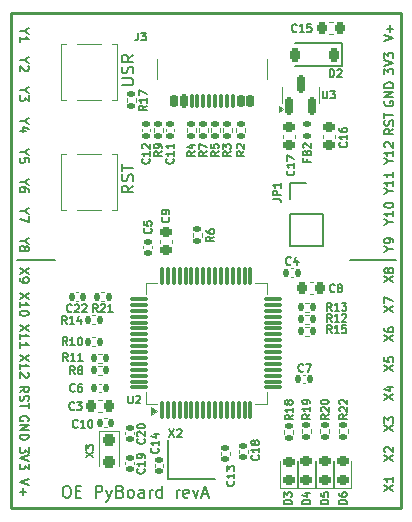
<source format=gbr>
%TF.GenerationSoftware,KiCad,Pcbnew,9.0.0*%
%TF.CreationDate,2025-11-24T16:37:30+00:00*%
%TF.ProjectId,OE PyBoard,4f452050-7942-46f6-9172-642e6b696361,rev?*%
%TF.SameCoordinates,Original*%
%TF.FileFunction,Legend,Top*%
%TF.FilePolarity,Positive*%
%FSLAX46Y46*%
G04 Gerber Fmt 4.6, Leading zero omitted, Abs format (unit mm)*
G04 Created by KiCad (PCBNEW 9.0.0) date 2025-11-24 16:37:30*
%MOMM*%
%LPD*%
G01*
G04 APERTURE LIST*
G04 Aperture macros list*
%AMRoundRect*
0 Rectangle with rounded corners*
0 $1 Rounding radius*
0 $2 $3 $4 $5 $6 $7 $8 $9 X,Y pos of 4 corners*
0 Add a 4 corners polygon primitive as box body*
4,1,4,$2,$3,$4,$5,$6,$7,$8,$9,$2,$3,0*
0 Add four circle primitives for the rounded corners*
1,1,$1+$1,$2,$3*
1,1,$1+$1,$4,$5*
1,1,$1+$1,$6,$7*
1,1,$1+$1,$8,$9*
0 Add four rect primitives between the rounded corners*
20,1,$1+$1,$2,$3,$4,$5,0*
20,1,$1+$1,$4,$5,$6,$7,0*
20,1,$1+$1,$6,$7,$8,$9,0*
20,1,$1+$1,$8,$9,$2,$3,0*%
G04 Aperture macros list end*
%ADD10C,0.177800*%
%ADD11C,0.203200*%
%ADD12C,0.150000*%
%ADD13C,0.152400*%
%ADD14C,0.149860*%
%ADD15C,0.100000*%
%ADD16C,0.120000*%
%ADD17RoundRect,0.218750X0.256250X-0.218750X0.256250X0.218750X-0.256250X0.218750X-0.256250X-0.218750X0*%
%ADD18RoundRect,0.140000X0.170000X-0.140000X0.170000X0.140000X-0.170000X0.140000X-0.170000X-0.140000X0*%
%ADD19RoundRect,0.135000X0.135000X0.185000X-0.135000X0.185000X-0.135000X-0.185000X0.135000X-0.185000X0*%
%ADD20RoundRect,0.140000X-0.170000X0.140000X-0.170000X-0.140000X0.170000X-0.140000X0.170000X0.140000X0*%
%ADD21C,0.650000*%
%ADD22RoundRect,0.150000X0.150000X0.400000X-0.150000X0.400000X-0.150000X-0.400000X0.150000X-0.400000X0*%
%ADD23RoundRect,0.075000X0.075000X0.500000X-0.075000X0.500000X-0.075000X-0.500000X0.075000X-0.500000X0*%
%ADD24RoundRect,0.150000X0.150000X0.425000X-0.150000X0.425000X-0.150000X-0.425000X0.150000X-0.425000X0*%
%ADD25O,1.000000X2.100000*%
%ADD26O,1.000000X1.800000*%
%ADD27RoundRect,0.135000X-0.185000X0.135000X-0.185000X-0.135000X0.185000X-0.135000X0.185000X0.135000X0*%
%ADD28RoundRect,0.250000X-0.300000X0.275000X-0.300000X-0.275000X0.300000X-0.275000X0.300000X0.275000X0*%
%ADD29RoundRect,0.225000X0.250000X-0.225000X0.250000X0.225000X-0.250000X0.225000X-0.250000X-0.225000X0*%
%ADD30RoundRect,0.147500X-0.172500X0.147500X-0.172500X-0.147500X0.172500X-0.147500X0.172500X0.147500X0*%
%ADD31RoundRect,0.135000X-0.135000X-0.185000X0.135000X-0.185000X0.135000X0.185000X-0.135000X0.185000X0*%
%ADD32RoundRect,0.225000X0.225000X0.250000X-0.225000X0.250000X-0.225000X-0.250000X0.225000X-0.250000X0*%
%ADD33R,1.700000X1.700000*%
%ADD34C,1.700000*%
%ADD35RoundRect,0.225000X-0.225000X-0.250000X0.225000X-0.250000X0.225000X0.250000X-0.225000X0.250000X0*%
%ADD36RoundRect,0.135000X0.185000X-0.135000X0.185000X0.135000X-0.185000X0.135000X-0.185000X-0.135000X0*%
%ADD37RoundRect,0.140000X-0.140000X-0.170000X0.140000X-0.170000X0.140000X0.170000X-0.140000X0.170000X0*%
%ADD38RoundRect,0.225000X0.225000X0.375000X-0.225000X0.375000X-0.225000X-0.375000X0.225000X-0.375000X0*%
%ADD39R,1.400000X1.200000*%
%ADD40RoundRect,0.225000X-0.250000X0.225000X-0.250000X-0.225000X0.250000X-0.225000X0.250000X0.225000X0*%
%ADD41R,1.400000X1.600000*%
%ADD42RoundRect,0.140000X0.140000X0.170000X-0.140000X0.170000X-0.140000X-0.170000X0.140000X-0.170000X0*%
%ADD43RoundRect,0.075000X0.075000X-0.700000X0.075000X0.700000X-0.075000X0.700000X-0.075000X-0.700000X0*%
%ADD44RoundRect,0.075000X0.700000X-0.075000X0.700000X0.075000X-0.700000X0.075000X-0.700000X-0.075000X0*%
%ADD45RoundRect,0.150000X0.150000X-0.587500X0.150000X0.587500X-0.150000X0.587500X-0.150000X-0.587500X0*%
%TA.AperFunction,Profile*%
%ADD46C,0.230000*%
%TD*%
G04 APERTURE END LIST*
D10*
X154178000Y-115138200D02*
X158038800Y-115138200D01*
X125984000Y-115112000D02*
X129209800Y-115112000D01*
X157108985Y-101689855D02*
X157072699Y-101762427D01*
X157072699Y-101762427D02*
X157072699Y-101871284D01*
X157072699Y-101871284D02*
X157108985Y-101980141D01*
X157108985Y-101980141D02*
X157181556Y-102052712D01*
X157181556Y-102052712D02*
X157254128Y-102088998D01*
X157254128Y-102088998D02*
X157399271Y-102125284D01*
X157399271Y-102125284D02*
X157508128Y-102125284D01*
X157508128Y-102125284D02*
X157653271Y-102088998D01*
X157653271Y-102088998D02*
X157725842Y-102052712D01*
X157725842Y-102052712D02*
X157798414Y-101980141D01*
X157798414Y-101980141D02*
X157834699Y-101871284D01*
X157834699Y-101871284D02*
X157834699Y-101798712D01*
X157834699Y-101798712D02*
X157798414Y-101689855D01*
X157798414Y-101689855D02*
X157762128Y-101653569D01*
X157762128Y-101653569D02*
X157508128Y-101653569D01*
X157508128Y-101653569D02*
X157508128Y-101798712D01*
X157834699Y-101326998D02*
X157072699Y-101326998D01*
X157072699Y-101326998D02*
X157834699Y-100891569D01*
X157834699Y-100891569D02*
X157072699Y-100891569D01*
X157834699Y-100528712D02*
X157072699Y-100528712D01*
X157072699Y-100528712D02*
X157072699Y-100347283D01*
X157072699Y-100347283D02*
X157108985Y-100238426D01*
X157108985Y-100238426D02*
X157181556Y-100165855D01*
X157181556Y-100165855D02*
X157254128Y-100129569D01*
X157254128Y-100129569D02*
X157399271Y-100093283D01*
X157399271Y-100093283D02*
X157508128Y-100093283D01*
X157508128Y-100093283D02*
X157653271Y-100129569D01*
X157653271Y-100129569D02*
X157725842Y-100165855D01*
X157725842Y-100165855D02*
X157798414Y-100238426D01*
X157798414Y-100238426D02*
X157834699Y-100347283D01*
X157834699Y-100347283D02*
X157834699Y-100528712D01*
X126550957Y-100721944D02*
X126188100Y-100721944D01*
X126950100Y-100467944D02*
X126550957Y-100721944D01*
X126550957Y-100721944D02*
X126950100Y-100975944D01*
X126950100Y-101157373D02*
X126950100Y-101629087D01*
X126950100Y-101629087D02*
X126659814Y-101375087D01*
X126659814Y-101375087D02*
X126659814Y-101483944D01*
X126659814Y-101483944D02*
X126623528Y-101556516D01*
X126623528Y-101556516D02*
X126587243Y-101592801D01*
X126587243Y-101592801D02*
X126514671Y-101629087D01*
X126514671Y-101629087D02*
X126333243Y-101629087D01*
X126333243Y-101629087D02*
X126260671Y-101592801D01*
X126260671Y-101592801D02*
X126224386Y-101556516D01*
X126224386Y-101556516D02*
X126188100Y-101483944D01*
X126188100Y-101483944D02*
X126188100Y-101266230D01*
X126188100Y-101266230D02*
X126224386Y-101193658D01*
X126224386Y-101193658D02*
X126260671Y-101157373D01*
X157072699Y-134673569D02*
X157834699Y-134165569D01*
X157072699Y-134165569D02*
X157834699Y-134673569D01*
X157834699Y-133476141D02*
X157834699Y-133911570D01*
X157834699Y-133693855D02*
X157072699Y-133693855D01*
X157072699Y-133693855D02*
X157181556Y-133766427D01*
X157181556Y-133766427D02*
X157254128Y-133838998D01*
X157254128Y-133838998D02*
X157290414Y-133911570D01*
X157072699Y-117009054D02*
X157834699Y-116501054D01*
X157072699Y-116501054D02*
X157834699Y-117009054D01*
X157399271Y-116101912D02*
X157362985Y-116174483D01*
X157362985Y-116174483D02*
X157326699Y-116210769D01*
X157326699Y-116210769D02*
X157254128Y-116247055D01*
X157254128Y-116247055D02*
X157217842Y-116247055D01*
X157217842Y-116247055D02*
X157145271Y-116210769D01*
X157145271Y-116210769D02*
X157108985Y-116174483D01*
X157108985Y-116174483D02*
X157072699Y-116101912D01*
X157072699Y-116101912D02*
X157072699Y-115956769D01*
X157072699Y-115956769D02*
X157108985Y-115884198D01*
X157108985Y-115884198D02*
X157145271Y-115847912D01*
X157145271Y-115847912D02*
X157217842Y-115811626D01*
X157217842Y-115811626D02*
X157254128Y-115811626D01*
X157254128Y-115811626D02*
X157326699Y-115847912D01*
X157326699Y-115847912D02*
X157362985Y-115884198D01*
X157362985Y-115884198D02*
X157399271Y-115956769D01*
X157399271Y-115956769D02*
X157399271Y-116101912D01*
X157399271Y-116101912D02*
X157435556Y-116174483D01*
X157435556Y-116174483D02*
X157471842Y-116210769D01*
X157471842Y-116210769D02*
X157544414Y-116247055D01*
X157544414Y-116247055D02*
X157689556Y-116247055D01*
X157689556Y-116247055D02*
X157762128Y-116210769D01*
X157762128Y-116210769D02*
X157798414Y-116174483D01*
X157798414Y-116174483D02*
X157834699Y-116101912D01*
X157834699Y-116101912D02*
X157834699Y-115956769D01*
X157834699Y-115956769D02*
X157798414Y-115884198D01*
X157798414Y-115884198D02*
X157762128Y-115847912D01*
X157762128Y-115847912D02*
X157689556Y-115811626D01*
X157689556Y-115811626D02*
X157544414Y-115811626D01*
X157544414Y-115811626D02*
X157471842Y-115847912D01*
X157471842Y-115847912D02*
X157435556Y-115884198D01*
X157435556Y-115884198D02*
X157399271Y-115956769D01*
X157471842Y-111900655D02*
X157834699Y-111900655D01*
X157072699Y-112154655D02*
X157471842Y-111900655D01*
X157471842Y-111900655D02*
X157072699Y-111646655D01*
X157834699Y-110993512D02*
X157834699Y-111428941D01*
X157834699Y-111211226D02*
X157072699Y-111211226D01*
X157072699Y-111211226D02*
X157181556Y-111283798D01*
X157181556Y-111283798D02*
X157254128Y-111356369D01*
X157254128Y-111356369D02*
X157290414Y-111428941D01*
X157072699Y-110521798D02*
X157072699Y-110449227D01*
X157072699Y-110449227D02*
X157108985Y-110376655D01*
X157108985Y-110376655D02*
X157145271Y-110340370D01*
X157145271Y-110340370D02*
X157217842Y-110304084D01*
X157217842Y-110304084D02*
X157362985Y-110267798D01*
X157362985Y-110267798D02*
X157544414Y-110267798D01*
X157544414Y-110267798D02*
X157689556Y-110304084D01*
X157689556Y-110304084D02*
X157762128Y-110340370D01*
X157762128Y-110340370D02*
X157798414Y-110376655D01*
X157798414Y-110376655D02*
X157834699Y-110449227D01*
X157834699Y-110449227D02*
X157834699Y-110521798D01*
X157834699Y-110521798D02*
X157798414Y-110594370D01*
X157798414Y-110594370D02*
X157762128Y-110630655D01*
X157762128Y-110630655D02*
X157689556Y-110666941D01*
X157689556Y-110666941D02*
X157544414Y-110703227D01*
X157544414Y-110703227D02*
X157362985Y-110703227D01*
X157362985Y-110703227D02*
X157217842Y-110666941D01*
X157217842Y-110666941D02*
X157145271Y-110630655D01*
X157145271Y-110630655D02*
X157108985Y-110594370D01*
X157108985Y-110594370D02*
X157072699Y-110521798D01*
X126550957Y-98232744D02*
X126188100Y-98232744D01*
X126950100Y-97978744D02*
X126550957Y-98232744D01*
X126550957Y-98232744D02*
X126950100Y-98486744D01*
X126877528Y-98704458D02*
X126913814Y-98740744D01*
X126913814Y-98740744D02*
X126950100Y-98813316D01*
X126950100Y-98813316D02*
X126950100Y-98994744D01*
X126950100Y-98994744D02*
X126913814Y-99067316D01*
X126913814Y-99067316D02*
X126877528Y-99103601D01*
X126877528Y-99103601D02*
X126804957Y-99139887D01*
X126804957Y-99139887D02*
X126732386Y-99139887D01*
X126732386Y-99139887D02*
X126623528Y-99103601D01*
X126623528Y-99103601D02*
X126188100Y-98668173D01*
X126188100Y-98668173D02*
X126188100Y-99139887D01*
X126950100Y-120621030D02*
X126188100Y-121129030D01*
X126950100Y-121129030D02*
X126188100Y-120621030D01*
X126188100Y-121818458D02*
X126188100Y-121383029D01*
X126188100Y-121600744D02*
X126950100Y-121600744D01*
X126950100Y-121600744D02*
X126841243Y-121528172D01*
X126841243Y-121528172D02*
X126768671Y-121455601D01*
X126768671Y-121455601D02*
X126732386Y-121383029D01*
X126188100Y-122544172D02*
X126188100Y-122108743D01*
X126188100Y-122326458D02*
X126950100Y-122326458D01*
X126950100Y-122326458D02*
X126841243Y-122253886D01*
X126841243Y-122253886D02*
X126768671Y-122181315D01*
X126768671Y-122181315D02*
X126732386Y-122108743D01*
X157471842Y-109309855D02*
X157834699Y-109309855D01*
X157072699Y-109563855D02*
X157471842Y-109309855D01*
X157471842Y-109309855D02*
X157072699Y-109055855D01*
X157834699Y-108402712D02*
X157834699Y-108838141D01*
X157834699Y-108620426D02*
X157072699Y-108620426D01*
X157072699Y-108620426D02*
X157181556Y-108692998D01*
X157181556Y-108692998D02*
X157254128Y-108765569D01*
X157254128Y-108765569D02*
X157290414Y-108838141D01*
X157834699Y-107676998D02*
X157834699Y-108112427D01*
X157834699Y-107894712D02*
X157072699Y-107894712D01*
X157072699Y-107894712D02*
X157181556Y-107967284D01*
X157181556Y-107967284D02*
X157254128Y-108039855D01*
X157254128Y-108039855D02*
X157290414Y-108112427D01*
X126550957Y-113498370D02*
X126188100Y-113498370D01*
X126950100Y-113244370D02*
X126550957Y-113498370D01*
X126550957Y-113498370D02*
X126950100Y-113752370D01*
X126623528Y-114115227D02*
X126659814Y-114042656D01*
X126659814Y-114042656D02*
X126696100Y-114006370D01*
X126696100Y-114006370D02*
X126768671Y-113970084D01*
X126768671Y-113970084D02*
X126804957Y-113970084D01*
X126804957Y-113970084D02*
X126877528Y-114006370D01*
X126877528Y-114006370D02*
X126913814Y-114042656D01*
X126913814Y-114042656D02*
X126950100Y-114115227D01*
X126950100Y-114115227D02*
X126950100Y-114260370D01*
X126950100Y-114260370D02*
X126913814Y-114332942D01*
X126913814Y-114332942D02*
X126877528Y-114369227D01*
X126877528Y-114369227D02*
X126804957Y-114405513D01*
X126804957Y-114405513D02*
X126768671Y-114405513D01*
X126768671Y-114405513D02*
X126696100Y-114369227D01*
X126696100Y-114369227D02*
X126659814Y-114332942D01*
X126659814Y-114332942D02*
X126623528Y-114260370D01*
X126623528Y-114260370D02*
X126623528Y-114115227D01*
X126623528Y-114115227D02*
X126587243Y-114042656D01*
X126587243Y-114042656D02*
X126550957Y-114006370D01*
X126550957Y-114006370D02*
X126478386Y-113970084D01*
X126478386Y-113970084D02*
X126333243Y-113970084D01*
X126333243Y-113970084D02*
X126260671Y-114006370D01*
X126260671Y-114006370D02*
X126224386Y-114042656D01*
X126224386Y-114042656D02*
X126188100Y-114115227D01*
X126188100Y-114115227D02*
X126188100Y-114260370D01*
X126188100Y-114260370D02*
X126224386Y-114332942D01*
X126224386Y-114332942D02*
X126260671Y-114369227D01*
X126260671Y-114369227D02*
X126333243Y-114405513D01*
X126333243Y-114405513D02*
X126478386Y-114405513D01*
X126478386Y-114405513D02*
X126550957Y-114369227D01*
X126550957Y-114369227D02*
X126587243Y-114332942D01*
X126587243Y-114332942D02*
X126623528Y-114260370D01*
X126950100Y-130984230D02*
X126950100Y-131455944D01*
X126950100Y-131455944D02*
X126659814Y-131201944D01*
X126659814Y-131201944D02*
X126659814Y-131310801D01*
X126659814Y-131310801D02*
X126623528Y-131383373D01*
X126623528Y-131383373D02*
X126587243Y-131419658D01*
X126587243Y-131419658D02*
X126514671Y-131455944D01*
X126514671Y-131455944D02*
X126333243Y-131455944D01*
X126333243Y-131455944D02*
X126260671Y-131419658D01*
X126260671Y-131419658D02*
X126224386Y-131383373D01*
X126224386Y-131383373D02*
X126188100Y-131310801D01*
X126188100Y-131310801D02*
X126188100Y-131093087D01*
X126188100Y-131093087D02*
X126224386Y-131020515D01*
X126224386Y-131020515D02*
X126260671Y-130984230D01*
X126950100Y-131673658D02*
X126188100Y-131927658D01*
X126188100Y-131927658D02*
X126950100Y-132181658D01*
X126950100Y-132363087D02*
X126950100Y-132834801D01*
X126950100Y-132834801D02*
X126659814Y-132580801D01*
X126659814Y-132580801D02*
X126659814Y-132689658D01*
X126659814Y-132689658D02*
X126623528Y-132762230D01*
X126623528Y-132762230D02*
X126587243Y-132798515D01*
X126587243Y-132798515D02*
X126514671Y-132834801D01*
X126514671Y-132834801D02*
X126333243Y-132834801D01*
X126333243Y-132834801D02*
X126260671Y-132798515D01*
X126260671Y-132798515D02*
X126224386Y-132762230D01*
X126224386Y-132762230D02*
X126188100Y-132689658D01*
X126188100Y-132689658D02*
X126188100Y-132471944D01*
X126188100Y-132471944D02*
X126224386Y-132399372D01*
X126224386Y-132399372D02*
X126260671Y-132363087D01*
D11*
X135817052Y-108831792D02*
X135340861Y-109165125D01*
X135817052Y-109403220D02*
X134817052Y-109403220D01*
X134817052Y-109403220D02*
X134817052Y-109022268D01*
X134817052Y-109022268D02*
X134864671Y-108927030D01*
X134864671Y-108927030D02*
X134912290Y-108879411D01*
X134912290Y-108879411D02*
X135007528Y-108831792D01*
X135007528Y-108831792D02*
X135150385Y-108831792D01*
X135150385Y-108831792D02*
X135245623Y-108879411D01*
X135245623Y-108879411D02*
X135293242Y-108927030D01*
X135293242Y-108927030D02*
X135340861Y-109022268D01*
X135340861Y-109022268D02*
X135340861Y-109403220D01*
X135769433Y-108450839D02*
X135817052Y-108307982D01*
X135817052Y-108307982D02*
X135817052Y-108069887D01*
X135817052Y-108069887D02*
X135769433Y-107974649D01*
X135769433Y-107974649D02*
X135721813Y-107927030D01*
X135721813Y-107927030D02*
X135626575Y-107879411D01*
X135626575Y-107879411D02*
X135531337Y-107879411D01*
X135531337Y-107879411D02*
X135436099Y-107927030D01*
X135436099Y-107927030D02*
X135388480Y-107974649D01*
X135388480Y-107974649D02*
X135340861Y-108069887D01*
X135340861Y-108069887D02*
X135293242Y-108260363D01*
X135293242Y-108260363D02*
X135245623Y-108355601D01*
X135245623Y-108355601D02*
X135198004Y-108403220D01*
X135198004Y-108403220D02*
X135102766Y-108450839D01*
X135102766Y-108450839D02*
X135007528Y-108450839D01*
X135007528Y-108450839D02*
X134912290Y-108403220D01*
X134912290Y-108403220D02*
X134864671Y-108355601D01*
X134864671Y-108355601D02*
X134817052Y-108260363D01*
X134817052Y-108260363D02*
X134817052Y-108022268D01*
X134817052Y-108022268D02*
X134864671Y-107879411D01*
X134817052Y-107593696D02*
X134817052Y-107022268D01*
X135817052Y-107307982D02*
X134817052Y-107307982D01*
D10*
X157072699Y-129644369D02*
X157834699Y-129136369D01*
X157072699Y-129136369D02*
X157834699Y-129644369D01*
X157072699Y-128918655D02*
X157072699Y-128446941D01*
X157072699Y-128446941D02*
X157362985Y-128700941D01*
X157362985Y-128700941D02*
X157362985Y-128592084D01*
X157362985Y-128592084D02*
X157399271Y-128519513D01*
X157399271Y-128519513D02*
X157435556Y-128483227D01*
X157435556Y-128483227D02*
X157508128Y-128446941D01*
X157508128Y-128446941D02*
X157689556Y-128446941D01*
X157689556Y-128446941D02*
X157762128Y-128483227D01*
X157762128Y-128483227D02*
X157798414Y-128519513D01*
X157798414Y-128519513D02*
X157834699Y-128592084D01*
X157834699Y-128592084D02*
X157834699Y-128809798D01*
X157834699Y-128809798D02*
X157798414Y-128882370D01*
X157798414Y-128882370D02*
X157762128Y-128918655D01*
X126950100Y-133691144D02*
X126188100Y-133945144D01*
X126188100Y-133945144D02*
X126950100Y-134199144D01*
X126478386Y-134453144D02*
X126478386Y-135033716D01*
X126188100Y-134743430D02*
X126768671Y-134743430D01*
X126550957Y-103363544D02*
X126188100Y-103363544D01*
X126950100Y-103109544D02*
X126550957Y-103363544D01*
X126550957Y-103363544D02*
X126950100Y-103617544D01*
X126696100Y-104198116D02*
X126188100Y-104198116D01*
X126986386Y-104016687D02*
X126442100Y-103835258D01*
X126442100Y-103835258D02*
X126442100Y-104306973D01*
X126550957Y-110998252D02*
X126188100Y-110998252D01*
X126950100Y-110744252D02*
X126550957Y-110998252D01*
X126550957Y-110998252D02*
X126950100Y-111252252D01*
X126950100Y-111433681D02*
X126950100Y-111941681D01*
X126950100Y-111941681D02*
X126188100Y-111615109D01*
X126550957Y-108498134D02*
X126188100Y-108498134D01*
X126950100Y-108244134D02*
X126550957Y-108498134D01*
X126550957Y-108498134D02*
X126950100Y-108752134D01*
X126950100Y-109332706D02*
X126950100Y-109187563D01*
X126950100Y-109187563D02*
X126913814Y-109114991D01*
X126913814Y-109114991D02*
X126877528Y-109078706D01*
X126877528Y-109078706D02*
X126768671Y-109006134D01*
X126768671Y-109006134D02*
X126623528Y-108969848D01*
X126623528Y-108969848D02*
X126333243Y-108969848D01*
X126333243Y-108969848D02*
X126260671Y-109006134D01*
X126260671Y-109006134D02*
X126224386Y-109042420D01*
X126224386Y-109042420D02*
X126188100Y-109114991D01*
X126188100Y-109114991D02*
X126188100Y-109260134D01*
X126188100Y-109260134D02*
X126224386Y-109332706D01*
X126224386Y-109332706D02*
X126260671Y-109368991D01*
X126260671Y-109368991D02*
X126333243Y-109405277D01*
X126333243Y-109405277D02*
X126514671Y-109405277D01*
X126514671Y-109405277D02*
X126587243Y-109368991D01*
X126587243Y-109368991D02*
X126623528Y-109332706D01*
X126623528Y-109332706D02*
X126659814Y-109260134D01*
X126659814Y-109260134D02*
X126659814Y-109114991D01*
X126659814Y-109114991D02*
X126623528Y-109042420D01*
X126623528Y-109042420D02*
X126587243Y-109006134D01*
X126587243Y-109006134D02*
X126514671Y-108969848D01*
X157072699Y-119510785D02*
X157834699Y-119002785D01*
X157072699Y-119002785D02*
X157834699Y-119510785D01*
X157072699Y-118785071D02*
X157072699Y-118277071D01*
X157072699Y-118277071D02*
X157834699Y-118603643D01*
X157072699Y-122012516D02*
X157834699Y-121504516D01*
X157072699Y-121504516D02*
X157834699Y-122012516D01*
X157072699Y-120887660D02*
X157072699Y-121032802D01*
X157072699Y-121032802D02*
X157108985Y-121105374D01*
X157108985Y-121105374D02*
X157145271Y-121141660D01*
X157145271Y-121141660D02*
X157254128Y-121214231D01*
X157254128Y-121214231D02*
X157399271Y-121250517D01*
X157399271Y-121250517D02*
X157689556Y-121250517D01*
X157689556Y-121250517D02*
X157762128Y-121214231D01*
X157762128Y-121214231D02*
X157798414Y-121177945D01*
X157798414Y-121177945D02*
X157834699Y-121105374D01*
X157834699Y-121105374D02*
X157834699Y-120960231D01*
X157834699Y-120960231D02*
X157798414Y-120887660D01*
X157798414Y-120887660D02*
X157762128Y-120851374D01*
X157762128Y-120851374D02*
X157689556Y-120815088D01*
X157689556Y-120815088D02*
X157508128Y-120815088D01*
X157508128Y-120815088D02*
X157435556Y-120851374D01*
X157435556Y-120851374D02*
X157399271Y-120887660D01*
X157399271Y-120887660D02*
X157362985Y-120960231D01*
X157362985Y-120960231D02*
X157362985Y-121105374D01*
X157362985Y-121105374D02*
X157399271Y-121177945D01*
X157399271Y-121177945D02*
X157435556Y-121214231D01*
X157435556Y-121214231D02*
X157508128Y-121250517D01*
D11*
X130095237Y-134252052D02*
X130285713Y-134252052D01*
X130285713Y-134252052D02*
X130380951Y-134299671D01*
X130380951Y-134299671D02*
X130476189Y-134394909D01*
X130476189Y-134394909D02*
X130523808Y-134585385D01*
X130523808Y-134585385D02*
X130523808Y-134918718D01*
X130523808Y-134918718D02*
X130476189Y-135109194D01*
X130476189Y-135109194D02*
X130380951Y-135204433D01*
X130380951Y-135204433D02*
X130285713Y-135252052D01*
X130285713Y-135252052D02*
X130095237Y-135252052D01*
X130095237Y-135252052D02*
X129999999Y-135204433D01*
X129999999Y-135204433D02*
X129904761Y-135109194D01*
X129904761Y-135109194D02*
X129857142Y-134918718D01*
X129857142Y-134918718D02*
X129857142Y-134585385D01*
X129857142Y-134585385D02*
X129904761Y-134394909D01*
X129904761Y-134394909D02*
X129999999Y-134299671D01*
X129999999Y-134299671D02*
X130095237Y-134252052D01*
X130952380Y-134728242D02*
X131285713Y-134728242D01*
X131428570Y-135252052D02*
X130952380Y-135252052D01*
X130952380Y-135252052D02*
X130952380Y-134252052D01*
X130952380Y-134252052D02*
X131428570Y-134252052D01*
X132619047Y-135252052D02*
X132619047Y-134252052D01*
X132619047Y-134252052D02*
X132999999Y-134252052D01*
X132999999Y-134252052D02*
X133095237Y-134299671D01*
X133095237Y-134299671D02*
X133142856Y-134347290D01*
X133142856Y-134347290D02*
X133190475Y-134442528D01*
X133190475Y-134442528D02*
X133190475Y-134585385D01*
X133190475Y-134585385D02*
X133142856Y-134680623D01*
X133142856Y-134680623D02*
X133095237Y-134728242D01*
X133095237Y-134728242D02*
X132999999Y-134775861D01*
X132999999Y-134775861D02*
X132619047Y-134775861D01*
X133523809Y-134585385D02*
X133761904Y-135252052D01*
X133999999Y-134585385D02*
X133761904Y-135252052D01*
X133761904Y-135252052D02*
X133666666Y-135490147D01*
X133666666Y-135490147D02*
X133619047Y-135537766D01*
X133619047Y-135537766D02*
X133523809Y-135585385D01*
X134714285Y-134728242D02*
X134857142Y-134775861D01*
X134857142Y-134775861D02*
X134904761Y-134823480D01*
X134904761Y-134823480D02*
X134952380Y-134918718D01*
X134952380Y-134918718D02*
X134952380Y-135061575D01*
X134952380Y-135061575D02*
X134904761Y-135156813D01*
X134904761Y-135156813D02*
X134857142Y-135204433D01*
X134857142Y-135204433D02*
X134761904Y-135252052D01*
X134761904Y-135252052D02*
X134380952Y-135252052D01*
X134380952Y-135252052D02*
X134380952Y-134252052D01*
X134380952Y-134252052D02*
X134714285Y-134252052D01*
X134714285Y-134252052D02*
X134809523Y-134299671D01*
X134809523Y-134299671D02*
X134857142Y-134347290D01*
X134857142Y-134347290D02*
X134904761Y-134442528D01*
X134904761Y-134442528D02*
X134904761Y-134537766D01*
X134904761Y-134537766D02*
X134857142Y-134633004D01*
X134857142Y-134633004D02*
X134809523Y-134680623D01*
X134809523Y-134680623D02*
X134714285Y-134728242D01*
X134714285Y-134728242D02*
X134380952Y-134728242D01*
X135523809Y-135252052D02*
X135428571Y-135204433D01*
X135428571Y-135204433D02*
X135380952Y-135156813D01*
X135380952Y-135156813D02*
X135333333Y-135061575D01*
X135333333Y-135061575D02*
X135333333Y-134775861D01*
X135333333Y-134775861D02*
X135380952Y-134680623D01*
X135380952Y-134680623D02*
X135428571Y-134633004D01*
X135428571Y-134633004D02*
X135523809Y-134585385D01*
X135523809Y-134585385D02*
X135666666Y-134585385D01*
X135666666Y-134585385D02*
X135761904Y-134633004D01*
X135761904Y-134633004D02*
X135809523Y-134680623D01*
X135809523Y-134680623D02*
X135857142Y-134775861D01*
X135857142Y-134775861D02*
X135857142Y-135061575D01*
X135857142Y-135061575D02*
X135809523Y-135156813D01*
X135809523Y-135156813D02*
X135761904Y-135204433D01*
X135761904Y-135204433D02*
X135666666Y-135252052D01*
X135666666Y-135252052D02*
X135523809Y-135252052D01*
X136714285Y-135252052D02*
X136714285Y-134728242D01*
X136714285Y-134728242D02*
X136666666Y-134633004D01*
X136666666Y-134633004D02*
X136571428Y-134585385D01*
X136571428Y-134585385D02*
X136380952Y-134585385D01*
X136380952Y-134585385D02*
X136285714Y-134633004D01*
X136714285Y-135204433D02*
X136619047Y-135252052D01*
X136619047Y-135252052D02*
X136380952Y-135252052D01*
X136380952Y-135252052D02*
X136285714Y-135204433D01*
X136285714Y-135204433D02*
X136238095Y-135109194D01*
X136238095Y-135109194D02*
X136238095Y-135013956D01*
X136238095Y-135013956D02*
X136285714Y-134918718D01*
X136285714Y-134918718D02*
X136380952Y-134871099D01*
X136380952Y-134871099D02*
X136619047Y-134871099D01*
X136619047Y-134871099D02*
X136714285Y-134823480D01*
X137190476Y-135252052D02*
X137190476Y-134585385D01*
X137190476Y-134775861D02*
X137238095Y-134680623D01*
X137238095Y-134680623D02*
X137285714Y-134633004D01*
X137285714Y-134633004D02*
X137380952Y-134585385D01*
X137380952Y-134585385D02*
X137476190Y-134585385D01*
X138238095Y-135252052D02*
X138238095Y-134252052D01*
X138238095Y-135204433D02*
X138142857Y-135252052D01*
X138142857Y-135252052D02*
X137952381Y-135252052D01*
X137952381Y-135252052D02*
X137857143Y-135204433D01*
X137857143Y-135204433D02*
X137809524Y-135156813D01*
X137809524Y-135156813D02*
X137761905Y-135061575D01*
X137761905Y-135061575D02*
X137761905Y-134775861D01*
X137761905Y-134775861D02*
X137809524Y-134680623D01*
X137809524Y-134680623D02*
X137857143Y-134633004D01*
X137857143Y-134633004D02*
X137952381Y-134585385D01*
X137952381Y-134585385D02*
X138142857Y-134585385D01*
X138142857Y-134585385D02*
X138238095Y-134633004D01*
X139476191Y-135252052D02*
X139476191Y-134585385D01*
X139476191Y-134775861D02*
X139523810Y-134680623D01*
X139523810Y-134680623D02*
X139571429Y-134633004D01*
X139571429Y-134633004D02*
X139666667Y-134585385D01*
X139666667Y-134585385D02*
X139761905Y-134585385D01*
X140476191Y-135204433D02*
X140380953Y-135252052D01*
X140380953Y-135252052D02*
X140190477Y-135252052D01*
X140190477Y-135252052D02*
X140095239Y-135204433D01*
X140095239Y-135204433D02*
X140047620Y-135109194D01*
X140047620Y-135109194D02*
X140047620Y-134728242D01*
X140047620Y-134728242D02*
X140095239Y-134633004D01*
X140095239Y-134633004D02*
X140190477Y-134585385D01*
X140190477Y-134585385D02*
X140380953Y-134585385D01*
X140380953Y-134585385D02*
X140476191Y-134633004D01*
X140476191Y-134633004D02*
X140523810Y-134728242D01*
X140523810Y-134728242D02*
X140523810Y-134823480D01*
X140523810Y-134823480D02*
X140047620Y-134918718D01*
X140857144Y-134585385D02*
X141095239Y-135252052D01*
X141095239Y-135252052D02*
X141333334Y-134585385D01*
X141666668Y-134966337D02*
X142142858Y-134966337D01*
X141571430Y-135252052D02*
X141904763Y-134252052D01*
X141904763Y-134252052D02*
X142238096Y-135252052D01*
D10*
X157471842Y-114186655D02*
X157834699Y-114186655D01*
X157072699Y-114440655D02*
X157471842Y-114186655D01*
X157471842Y-114186655D02*
X157072699Y-113932655D01*
X157834699Y-113642369D02*
X157834699Y-113497226D01*
X157834699Y-113497226D02*
X157798414Y-113424655D01*
X157798414Y-113424655D02*
X157762128Y-113388369D01*
X157762128Y-113388369D02*
X157653271Y-113315798D01*
X157653271Y-113315798D02*
X157508128Y-113279512D01*
X157508128Y-113279512D02*
X157217842Y-113279512D01*
X157217842Y-113279512D02*
X157145271Y-113315798D01*
X157145271Y-113315798D02*
X157108985Y-113352084D01*
X157108985Y-113352084D02*
X157072699Y-113424655D01*
X157072699Y-113424655D02*
X157072699Y-113569798D01*
X157072699Y-113569798D02*
X157108985Y-113642369D01*
X157108985Y-113642369D02*
X157145271Y-113678655D01*
X157145271Y-113678655D02*
X157217842Y-113714941D01*
X157217842Y-113714941D02*
X157399271Y-113714941D01*
X157399271Y-113714941D02*
X157471842Y-113678655D01*
X157471842Y-113678655D02*
X157508128Y-113642369D01*
X157508128Y-113642369D02*
X157544414Y-113569798D01*
X157544414Y-113569798D02*
X157544414Y-113424655D01*
X157544414Y-113424655D02*
X157508128Y-113352084D01*
X157508128Y-113352084D02*
X157471842Y-113315798D01*
X157471842Y-113315798D02*
X157399271Y-113279512D01*
X126550957Y-95743544D02*
X126188100Y-95743544D01*
X126950100Y-95489544D02*
X126550957Y-95743544D01*
X126550957Y-95743544D02*
X126950100Y-95997544D01*
X126188100Y-96650687D02*
X126188100Y-96215258D01*
X126188100Y-96432973D02*
X126950100Y-96432973D01*
X126950100Y-96432973D02*
X126841243Y-96360401D01*
X126841243Y-96360401D02*
X126768671Y-96287830D01*
X126768671Y-96287830D02*
X126732386Y-96215258D01*
D11*
X134817052Y-100328220D02*
X135626575Y-100328220D01*
X135626575Y-100328220D02*
X135721813Y-100280601D01*
X135721813Y-100280601D02*
X135769433Y-100232982D01*
X135769433Y-100232982D02*
X135817052Y-100137744D01*
X135817052Y-100137744D02*
X135817052Y-99947268D01*
X135817052Y-99947268D02*
X135769433Y-99852030D01*
X135769433Y-99852030D02*
X135721813Y-99804411D01*
X135721813Y-99804411D02*
X135626575Y-99756792D01*
X135626575Y-99756792D02*
X134817052Y-99756792D01*
X135769433Y-99328220D02*
X135817052Y-99185363D01*
X135817052Y-99185363D02*
X135817052Y-98947268D01*
X135817052Y-98947268D02*
X135769433Y-98852030D01*
X135769433Y-98852030D02*
X135721813Y-98804411D01*
X135721813Y-98804411D02*
X135626575Y-98756792D01*
X135626575Y-98756792D02*
X135531337Y-98756792D01*
X135531337Y-98756792D02*
X135436099Y-98804411D01*
X135436099Y-98804411D02*
X135388480Y-98852030D01*
X135388480Y-98852030D02*
X135340861Y-98947268D01*
X135340861Y-98947268D02*
X135293242Y-99137744D01*
X135293242Y-99137744D02*
X135245623Y-99232982D01*
X135245623Y-99232982D02*
X135198004Y-99280601D01*
X135198004Y-99280601D02*
X135102766Y-99328220D01*
X135102766Y-99328220D02*
X135007528Y-99328220D01*
X135007528Y-99328220D02*
X134912290Y-99280601D01*
X134912290Y-99280601D02*
X134864671Y-99232982D01*
X134864671Y-99232982D02*
X134817052Y-99137744D01*
X134817052Y-99137744D02*
X134817052Y-98899649D01*
X134817052Y-98899649D02*
X134864671Y-98756792D01*
X135817052Y-97756792D02*
X135340861Y-98090125D01*
X135817052Y-98328220D02*
X134817052Y-98328220D01*
X134817052Y-98328220D02*
X134817052Y-97947268D01*
X134817052Y-97947268D02*
X134864671Y-97852030D01*
X134864671Y-97852030D02*
X134912290Y-97804411D01*
X134912290Y-97804411D02*
X135007528Y-97756792D01*
X135007528Y-97756792D02*
X135150385Y-97756792D01*
X135150385Y-97756792D02*
X135245623Y-97804411D01*
X135245623Y-97804411D02*
X135293242Y-97852030D01*
X135293242Y-97852030D02*
X135340861Y-97947268D01*
X135340861Y-97947268D02*
X135340861Y-98328220D01*
D10*
X157834699Y-104041169D02*
X157471842Y-104295169D01*
X157834699Y-104476598D02*
X157072699Y-104476598D01*
X157072699Y-104476598D02*
X157072699Y-104186312D01*
X157072699Y-104186312D02*
X157108985Y-104113741D01*
X157108985Y-104113741D02*
X157145271Y-104077455D01*
X157145271Y-104077455D02*
X157217842Y-104041169D01*
X157217842Y-104041169D02*
X157326699Y-104041169D01*
X157326699Y-104041169D02*
X157399271Y-104077455D01*
X157399271Y-104077455D02*
X157435556Y-104113741D01*
X157435556Y-104113741D02*
X157471842Y-104186312D01*
X157471842Y-104186312D02*
X157471842Y-104476598D01*
X157798414Y-103750884D02*
X157834699Y-103642027D01*
X157834699Y-103642027D02*
X157834699Y-103460598D01*
X157834699Y-103460598D02*
X157798414Y-103388027D01*
X157798414Y-103388027D02*
X157762128Y-103351741D01*
X157762128Y-103351741D02*
X157689556Y-103315455D01*
X157689556Y-103315455D02*
X157616985Y-103315455D01*
X157616985Y-103315455D02*
X157544414Y-103351741D01*
X157544414Y-103351741D02*
X157508128Y-103388027D01*
X157508128Y-103388027D02*
X157471842Y-103460598D01*
X157471842Y-103460598D02*
X157435556Y-103605741D01*
X157435556Y-103605741D02*
X157399271Y-103678312D01*
X157399271Y-103678312D02*
X157362985Y-103714598D01*
X157362985Y-103714598D02*
X157290414Y-103750884D01*
X157290414Y-103750884D02*
X157217842Y-103750884D01*
X157217842Y-103750884D02*
X157145271Y-103714598D01*
X157145271Y-103714598D02*
X157108985Y-103678312D01*
X157108985Y-103678312D02*
X157072699Y-103605741D01*
X157072699Y-103605741D02*
X157072699Y-103424312D01*
X157072699Y-103424312D02*
X157108985Y-103315455D01*
X157072699Y-103097741D02*
X157072699Y-102662313D01*
X157834699Y-102880027D02*
X157072699Y-102880027D01*
X157072699Y-127015977D02*
X157834699Y-126507977D01*
X157072699Y-126507977D02*
X157834699Y-127015977D01*
X157326699Y-125891121D02*
X157834699Y-125891121D01*
X157036414Y-126072549D02*
X157580699Y-126253978D01*
X157580699Y-126253978D02*
X157580699Y-125782263D01*
X157072699Y-132133569D02*
X157834699Y-131625569D01*
X157072699Y-131625569D02*
X157834699Y-132133569D01*
X157145271Y-131371570D02*
X157108985Y-131335284D01*
X157108985Y-131335284D02*
X157072699Y-131262713D01*
X157072699Y-131262713D02*
X157072699Y-131081284D01*
X157072699Y-131081284D02*
X157108985Y-131008713D01*
X157108985Y-131008713D02*
X157145271Y-130972427D01*
X157145271Y-130972427D02*
X157217842Y-130936141D01*
X157217842Y-130936141D02*
X157290414Y-130936141D01*
X157290414Y-130936141D02*
X157399271Y-130972427D01*
X157399271Y-130972427D02*
X157834699Y-131407855D01*
X157834699Y-131407855D02*
X157834699Y-130936141D01*
X126950100Y-117928630D02*
X126188100Y-118436630D01*
X126950100Y-118436630D02*
X126188100Y-117928630D01*
X126188100Y-119126058D02*
X126188100Y-118690629D01*
X126188100Y-118908344D02*
X126950100Y-118908344D01*
X126950100Y-118908344D02*
X126841243Y-118835772D01*
X126841243Y-118835772D02*
X126768671Y-118763201D01*
X126768671Y-118763201D02*
X126732386Y-118690629D01*
X126950100Y-119597772D02*
X126950100Y-119670343D01*
X126950100Y-119670343D02*
X126913814Y-119742915D01*
X126913814Y-119742915D02*
X126877528Y-119779201D01*
X126877528Y-119779201D02*
X126804957Y-119815486D01*
X126804957Y-119815486D02*
X126659814Y-119851772D01*
X126659814Y-119851772D02*
X126478386Y-119851772D01*
X126478386Y-119851772D02*
X126333243Y-119815486D01*
X126333243Y-119815486D02*
X126260671Y-119779201D01*
X126260671Y-119779201D02*
X126224386Y-119742915D01*
X126224386Y-119742915D02*
X126188100Y-119670343D01*
X126188100Y-119670343D02*
X126188100Y-119597772D01*
X126188100Y-119597772D02*
X126224386Y-119525201D01*
X126224386Y-119525201D02*
X126260671Y-119488915D01*
X126260671Y-119488915D02*
X126333243Y-119452629D01*
X126333243Y-119452629D02*
X126478386Y-119416343D01*
X126478386Y-119416343D02*
X126659814Y-119416343D01*
X126659814Y-119416343D02*
X126804957Y-119452629D01*
X126804957Y-119452629D02*
X126877528Y-119488915D01*
X126877528Y-119488915D02*
X126913814Y-119525201D01*
X126913814Y-119525201D02*
X126950100Y-119597772D01*
X157072699Y-124514246D02*
X157834699Y-124006246D01*
X157072699Y-124006246D02*
X157834699Y-124514246D01*
X157072699Y-123353104D02*
X157072699Y-123715961D01*
X157072699Y-123715961D02*
X157435556Y-123752247D01*
X157435556Y-123752247D02*
X157399271Y-123715961D01*
X157399271Y-123715961D02*
X157362985Y-123643390D01*
X157362985Y-123643390D02*
X157362985Y-123461961D01*
X157362985Y-123461961D02*
X157399271Y-123389390D01*
X157399271Y-123389390D02*
X157435556Y-123353104D01*
X157435556Y-123353104D02*
X157508128Y-123316818D01*
X157508128Y-123316818D02*
X157689556Y-123316818D01*
X157689556Y-123316818D02*
X157762128Y-123353104D01*
X157762128Y-123353104D02*
X157798414Y-123389390D01*
X157798414Y-123389390D02*
X157834699Y-123461961D01*
X157834699Y-123461961D02*
X157834699Y-123643390D01*
X157834699Y-123643390D02*
X157798414Y-123715961D01*
X157798414Y-123715961D02*
X157762128Y-123752247D01*
X157072699Y-96609855D02*
X157834699Y-96355855D01*
X157834699Y-96355855D02*
X157072699Y-96101855D01*
X157544414Y-95847855D02*
X157544414Y-95267284D01*
X157834699Y-95557569D02*
X157254128Y-95557569D01*
X126550957Y-105998016D02*
X126188100Y-105998016D01*
X126950100Y-105744016D02*
X126550957Y-105998016D01*
X126550957Y-105998016D02*
X126950100Y-106252016D01*
X126950100Y-106868873D02*
X126950100Y-106506016D01*
X126950100Y-106506016D02*
X126587243Y-106469730D01*
X126587243Y-106469730D02*
X126623528Y-106506016D01*
X126623528Y-106506016D02*
X126659814Y-106578588D01*
X126659814Y-106578588D02*
X126659814Y-106760016D01*
X126659814Y-106760016D02*
X126623528Y-106832588D01*
X126623528Y-106832588D02*
X126587243Y-106868873D01*
X126587243Y-106868873D02*
X126514671Y-106905159D01*
X126514671Y-106905159D02*
X126333243Y-106905159D01*
X126333243Y-106905159D02*
X126260671Y-106868873D01*
X126260671Y-106868873D02*
X126224386Y-106832588D01*
X126224386Y-106832588D02*
X126188100Y-106760016D01*
X126188100Y-106760016D02*
X126188100Y-106578588D01*
X126188100Y-106578588D02*
X126224386Y-106506016D01*
X126224386Y-106506016D02*
X126260671Y-106469730D01*
X126950100Y-115845830D02*
X126188100Y-116353830D01*
X126950100Y-116353830D02*
X126188100Y-115845830D01*
X126188100Y-116680401D02*
X126188100Y-116825544D01*
X126188100Y-116825544D02*
X126224386Y-116898115D01*
X126224386Y-116898115D02*
X126260671Y-116934401D01*
X126260671Y-116934401D02*
X126369528Y-117006972D01*
X126369528Y-117006972D02*
X126514671Y-117043258D01*
X126514671Y-117043258D02*
X126804957Y-117043258D01*
X126804957Y-117043258D02*
X126877528Y-117006972D01*
X126877528Y-117006972D02*
X126913814Y-116970687D01*
X126913814Y-116970687D02*
X126950100Y-116898115D01*
X126950100Y-116898115D02*
X126950100Y-116752972D01*
X126950100Y-116752972D02*
X126913814Y-116680401D01*
X126913814Y-116680401D02*
X126877528Y-116644115D01*
X126877528Y-116644115D02*
X126804957Y-116607829D01*
X126804957Y-116607829D02*
X126623528Y-116607829D01*
X126623528Y-116607829D02*
X126550957Y-116644115D01*
X126550957Y-116644115D02*
X126514671Y-116680401D01*
X126514671Y-116680401D02*
X126478386Y-116752972D01*
X126478386Y-116752972D02*
X126478386Y-116898115D01*
X126478386Y-116898115D02*
X126514671Y-116970687D01*
X126514671Y-116970687D02*
X126550957Y-117006972D01*
X126550957Y-117006972D02*
X126623528Y-117043258D01*
X126913814Y-128763544D02*
X126950100Y-128690973D01*
X126950100Y-128690973D02*
X126950100Y-128582115D01*
X126950100Y-128582115D02*
X126913814Y-128473258D01*
X126913814Y-128473258D02*
X126841243Y-128400687D01*
X126841243Y-128400687D02*
X126768671Y-128364401D01*
X126768671Y-128364401D02*
X126623528Y-128328115D01*
X126623528Y-128328115D02*
X126514671Y-128328115D01*
X126514671Y-128328115D02*
X126369528Y-128364401D01*
X126369528Y-128364401D02*
X126296957Y-128400687D01*
X126296957Y-128400687D02*
X126224386Y-128473258D01*
X126224386Y-128473258D02*
X126188100Y-128582115D01*
X126188100Y-128582115D02*
X126188100Y-128654687D01*
X126188100Y-128654687D02*
X126224386Y-128763544D01*
X126224386Y-128763544D02*
X126260671Y-128799830D01*
X126260671Y-128799830D02*
X126514671Y-128799830D01*
X126514671Y-128799830D02*
X126514671Y-128654687D01*
X126188100Y-129126401D02*
X126950100Y-129126401D01*
X126950100Y-129126401D02*
X126188100Y-129561830D01*
X126188100Y-129561830D02*
X126950100Y-129561830D01*
X126188100Y-129924687D02*
X126950100Y-129924687D01*
X126950100Y-129924687D02*
X126950100Y-130106116D01*
X126950100Y-130106116D02*
X126913814Y-130214973D01*
X126913814Y-130214973D02*
X126841243Y-130287544D01*
X126841243Y-130287544D02*
X126768671Y-130323830D01*
X126768671Y-130323830D02*
X126623528Y-130360116D01*
X126623528Y-130360116D02*
X126514671Y-130360116D01*
X126514671Y-130360116D02*
X126369528Y-130323830D01*
X126369528Y-130323830D02*
X126296957Y-130287544D01*
X126296957Y-130287544D02*
X126224386Y-130214973D01*
X126224386Y-130214973D02*
X126188100Y-130106116D01*
X126188100Y-130106116D02*
X126188100Y-129924687D01*
X126950100Y-123161030D02*
X126188100Y-123669030D01*
X126950100Y-123669030D02*
X126188100Y-123161030D01*
X126188100Y-124358458D02*
X126188100Y-123923029D01*
X126188100Y-124140744D02*
X126950100Y-124140744D01*
X126950100Y-124140744D02*
X126841243Y-124068172D01*
X126841243Y-124068172D02*
X126768671Y-123995601D01*
X126768671Y-123995601D02*
X126732386Y-123923029D01*
X126877528Y-124648743D02*
X126913814Y-124685029D01*
X126913814Y-124685029D02*
X126950100Y-124757601D01*
X126950100Y-124757601D02*
X126950100Y-124939029D01*
X126950100Y-124939029D02*
X126913814Y-125011601D01*
X126913814Y-125011601D02*
X126877528Y-125047886D01*
X126877528Y-125047886D02*
X126804957Y-125084172D01*
X126804957Y-125084172D02*
X126732386Y-125084172D01*
X126732386Y-125084172D02*
X126623528Y-125047886D01*
X126623528Y-125047886D02*
X126188100Y-124612458D01*
X126188100Y-124612458D02*
X126188100Y-125084172D01*
X157072699Y-99418369D02*
X157072699Y-98946655D01*
X157072699Y-98946655D02*
X157362985Y-99200655D01*
X157362985Y-99200655D02*
X157362985Y-99091798D01*
X157362985Y-99091798D02*
X157399271Y-99019227D01*
X157399271Y-99019227D02*
X157435556Y-98982941D01*
X157435556Y-98982941D02*
X157508128Y-98946655D01*
X157508128Y-98946655D02*
X157689556Y-98946655D01*
X157689556Y-98946655D02*
X157762128Y-98982941D01*
X157762128Y-98982941D02*
X157798414Y-99019227D01*
X157798414Y-99019227D02*
X157834699Y-99091798D01*
X157834699Y-99091798D02*
X157834699Y-99309512D01*
X157834699Y-99309512D02*
X157798414Y-99382084D01*
X157798414Y-99382084D02*
X157762128Y-99418369D01*
X157072699Y-98728941D02*
X157834699Y-98474941D01*
X157834699Y-98474941D02*
X157072699Y-98220941D01*
X157072699Y-98039512D02*
X157072699Y-97567798D01*
X157072699Y-97567798D02*
X157362985Y-97821798D01*
X157362985Y-97821798D02*
X157362985Y-97712941D01*
X157362985Y-97712941D02*
X157399271Y-97640370D01*
X157399271Y-97640370D02*
X157435556Y-97604084D01*
X157435556Y-97604084D02*
X157508128Y-97567798D01*
X157508128Y-97567798D02*
X157689556Y-97567798D01*
X157689556Y-97567798D02*
X157762128Y-97604084D01*
X157762128Y-97604084D02*
X157798414Y-97640370D01*
X157798414Y-97640370D02*
X157834699Y-97712941D01*
X157834699Y-97712941D02*
X157834699Y-97930655D01*
X157834699Y-97930655D02*
X157798414Y-98003227D01*
X157798414Y-98003227D02*
X157762128Y-98039512D01*
X126188100Y-126310630D02*
X126550957Y-126056630D01*
X126188100Y-125875201D02*
X126950100Y-125875201D01*
X126950100Y-125875201D02*
X126950100Y-126165487D01*
X126950100Y-126165487D02*
X126913814Y-126238058D01*
X126913814Y-126238058D02*
X126877528Y-126274344D01*
X126877528Y-126274344D02*
X126804957Y-126310630D01*
X126804957Y-126310630D02*
X126696100Y-126310630D01*
X126696100Y-126310630D02*
X126623528Y-126274344D01*
X126623528Y-126274344D02*
X126587243Y-126238058D01*
X126587243Y-126238058D02*
X126550957Y-126165487D01*
X126550957Y-126165487D02*
X126550957Y-125875201D01*
X126224386Y-126600915D02*
X126188100Y-126709773D01*
X126188100Y-126709773D02*
X126188100Y-126891201D01*
X126188100Y-126891201D02*
X126224386Y-126963773D01*
X126224386Y-126963773D02*
X126260671Y-127000058D01*
X126260671Y-127000058D02*
X126333243Y-127036344D01*
X126333243Y-127036344D02*
X126405814Y-127036344D01*
X126405814Y-127036344D02*
X126478386Y-127000058D01*
X126478386Y-127000058D02*
X126514671Y-126963773D01*
X126514671Y-126963773D02*
X126550957Y-126891201D01*
X126550957Y-126891201D02*
X126587243Y-126746058D01*
X126587243Y-126746058D02*
X126623528Y-126673487D01*
X126623528Y-126673487D02*
X126659814Y-126637201D01*
X126659814Y-126637201D02*
X126732386Y-126600915D01*
X126732386Y-126600915D02*
X126804957Y-126600915D01*
X126804957Y-126600915D02*
X126877528Y-126637201D01*
X126877528Y-126637201D02*
X126913814Y-126673487D01*
X126913814Y-126673487D02*
X126950100Y-126746058D01*
X126950100Y-126746058D02*
X126950100Y-126927487D01*
X126950100Y-126927487D02*
X126913814Y-127036344D01*
X126950100Y-127254058D02*
X126950100Y-127689487D01*
X126188100Y-127471772D02*
X126950100Y-127471772D01*
X157471842Y-106769855D02*
X157834699Y-106769855D01*
X157072699Y-107023855D02*
X157471842Y-106769855D01*
X157471842Y-106769855D02*
X157072699Y-106515855D01*
X157834699Y-105862712D02*
X157834699Y-106298141D01*
X157834699Y-106080426D02*
X157072699Y-106080426D01*
X157072699Y-106080426D02*
X157181556Y-106152998D01*
X157181556Y-106152998D02*
X157254128Y-106225569D01*
X157254128Y-106225569D02*
X157290414Y-106298141D01*
X157145271Y-105572427D02*
X157108985Y-105536141D01*
X157108985Y-105536141D02*
X157072699Y-105463570D01*
X157072699Y-105463570D02*
X157072699Y-105282141D01*
X157072699Y-105282141D02*
X157108985Y-105209570D01*
X157108985Y-105209570D02*
X157145271Y-105173284D01*
X157145271Y-105173284D02*
X157217842Y-105136998D01*
X157217842Y-105136998D02*
X157290414Y-105136998D01*
X157290414Y-105136998D02*
X157399271Y-105173284D01*
X157399271Y-105173284D02*
X157834699Y-105608712D01*
X157834699Y-105608712D02*
X157834699Y-105136998D01*
D12*
X153891513Y-135804037D02*
X153231113Y-135804037D01*
X153231113Y-135804037D02*
X153231113Y-135646799D01*
X153231113Y-135646799D02*
X153262561Y-135552456D01*
X153262561Y-135552456D02*
X153325456Y-135489561D01*
X153325456Y-135489561D02*
X153388351Y-135458114D01*
X153388351Y-135458114D02*
X153514142Y-135426666D01*
X153514142Y-135426666D02*
X153608485Y-135426666D01*
X153608485Y-135426666D02*
X153734275Y-135458114D01*
X153734275Y-135458114D02*
X153797170Y-135489561D01*
X153797170Y-135489561D02*
X153860066Y-135552456D01*
X153860066Y-135552456D02*
X153891513Y-135646799D01*
X153891513Y-135646799D02*
X153891513Y-135804037D01*
X153231113Y-134860609D02*
X153231113Y-134986399D01*
X153231113Y-134986399D02*
X153262561Y-135049295D01*
X153262561Y-135049295D02*
X153294008Y-135080742D01*
X153294008Y-135080742D02*
X153388351Y-135143637D01*
X153388351Y-135143637D02*
X153514142Y-135175085D01*
X153514142Y-135175085D02*
X153765723Y-135175085D01*
X153765723Y-135175085D02*
X153828618Y-135143637D01*
X153828618Y-135143637D02*
X153860066Y-135112190D01*
X153860066Y-135112190D02*
X153891513Y-135049295D01*
X153891513Y-135049295D02*
X153891513Y-134923504D01*
X153891513Y-134923504D02*
X153860066Y-134860609D01*
X153860066Y-134860609D02*
X153828618Y-134829161D01*
X153828618Y-134829161D02*
X153765723Y-134797714D01*
X153765723Y-134797714D02*
X153608485Y-134797714D01*
X153608485Y-134797714D02*
X153545589Y-134829161D01*
X153545589Y-134829161D02*
X153514142Y-134860609D01*
X153514142Y-134860609D02*
X153482694Y-134923504D01*
X153482694Y-134923504D02*
X153482694Y-135049295D01*
X153482694Y-135049295D02*
X153514142Y-135112190D01*
X153514142Y-135112190D02*
X153545589Y-135143637D01*
X153545589Y-135143637D02*
X153608485Y-135175085D01*
D13*
X136732743Y-130274542D02*
X136764191Y-130305990D01*
X136764191Y-130305990D02*
X136795638Y-130400332D01*
X136795638Y-130400332D02*
X136795638Y-130463228D01*
X136795638Y-130463228D02*
X136764191Y-130557571D01*
X136764191Y-130557571D02*
X136701295Y-130620466D01*
X136701295Y-130620466D02*
X136638400Y-130651913D01*
X136638400Y-130651913D02*
X136512610Y-130683361D01*
X136512610Y-130683361D02*
X136418267Y-130683361D01*
X136418267Y-130683361D02*
X136292476Y-130651913D01*
X136292476Y-130651913D02*
X136229581Y-130620466D01*
X136229581Y-130620466D02*
X136166686Y-130557571D01*
X136166686Y-130557571D02*
X136135238Y-130463228D01*
X136135238Y-130463228D02*
X136135238Y-130400332D01*
X136135238Y-130400332D02*
X136166686Y-130305990D01*
X136166686Y-130305990D02*
X136198133Y-130274542D01*
X136198133Y-130022961D02*
X136166686Y-129991513D01*
X136166686Y-129991513D02*
X136135238Y-129928618D01*
X136135238Y-129928618D02*
X136135238Y-129771380D01*
X136135238Y-129771380D02*
X136166686Y-129708485D01*
X136166686Y-129708485D02*
X136198133Y-129677037D01*
X136198133Y-129677037D02*
X136261029Y-129645590D01*
X136261029Y-129645590D02*
X136323924Y-129645590D01*
X136323924Y-129645590D02*
X136418267Y-129677037D01*
X136418267Y-129677037D02*
X136795638Y-130054409D01*
X136795638Y-130054409D02*
X136795638Y-129645590D01*
X136135238Y-129236771D02*
X136135238Y-129173876D01*
X136135238Y-129173876D02*
X136166686Y-129110980D01*
X136166686Y-129110980D02*
X136198133Y-129079533D01*
X136198133Y-129079533D02*
X136261029Y-129048085D01*
X136261029Y-129048085D02*
X136386819Y-129016638D01*
X136386819Y-129016638D02*
X136544057Y-129016638D01*
X136544057Y-129016638D02*
X136669848Y-129048085D01*
X136669848Y-129048085D02*
X136732743Y-129079533D01*
X136732743Y-129079533D02*
X136764191Y-129110980D01*
X136764191Y-129110980D02*
X136795638Y-129173876D01*
X136795638Y-129173876D02*
X136795638Y-129236771D01*
X136795638Y-129236771D02*
X136764191Y-129299666D01*
X136764191Y-129299666D02*
X136732743Y-129331114D01*
X136732743Y-129331114D02*
X136669848Y-129362561D01*
X136669848Y-129362561D02*
X136544057Y-129394009D01*
X136544057Y-129394009D02*
X136386819Y-129394009D01*
X136386819Y-129394009D02*
X136261029Y-129362561D01*
X136261029Y-129362561D02*
X136198133Y-129331114D01*
X136198133Y-129331114D02*
X136166686Y-129299666D01*
X136166686Y-129299666D02*
X136135238Y-129236771D01*
D12*
X130167024Y-120526102D02*
X129946891Y-120211626D01*
X129789653Y-120526102D02*
X129789653Y-119865702D01*
X129789653Y-119865702D02*
X130041234Y-119865702D01*
X130041234Y-119865702D02*
X130104129Y-119897150D01*
X130104129Y-119897150D02*
X130135576Y-119928597D01*
X130135576Y-119928597D02*
X130167024Y-119991493D01*
X130167024Y-119991493D02*
X130167024Y-120085835D01*
X130167024Y-120085835D02*
X130135576Y-120148731D01*
X130135576Y-120148731D02*
X130104129Y-120180178D01*
X130104129Y-120180178D02*
X130041234Y-120211626D01*
X130041234Y-120211626D02*
X129789653Y-120211626D01*
X130795976Y-120526102D02*
X130418605Y-120526102D01*
X130607291Y-120526102D02*
X130607291Y-119865702D01*
X130607291Y-119865702D02*
X130544395Y-119960045D01*
X130544395Y-119960045D02*
X130481500Y-120022940D01*
X130481500Y-120022940D02*
X130418605Y-120054388D01*
X131362033Y-120085835D02*
X131362033Y-120526102D01*
X131204795Y-119834255D02*
X131047557Y-120305969D01*
X131047557Y-120305969D02*
X131456376Y-120305969D01*
X139172818Y-106568542D02*
X139204266Y-106599990D01*
X139204266Y-106599990D02*
X139235713Y-106694332D01*
X139235713Y-106694332D02*
X139235713Y-106757228D01*
X139235713Y-106757228D02*
X139204266Y-106851571D01*
X139204266Y-106851571D02*
X139141370Y-106914466D01*
X139141370Y-106914466D02*
X139078475Y-106945913D01*
X139078475Y-106945913D02*
X138952685Y-106977361D01*
X138952685Y-106977361D02*
X138858342Y-106977361D01*
X138858342Y-106977361D02*
X138732551Y-106945913D01*
X138732551Y-106945913D02*
X138669656Y-106914466D01*
X138669656Y-106914466D02*
X138606761Y-106851571D01*
X138606761Y-106851571D02*
X138575313Y-106757228D01*
X138575313Y-106757228D02*
X138575313Y-106694332D01*
X138575313Y-106694332D02*
X138606761Y-106599990D01*
X138606761Y-106599990D02*
X138638208Y-106568542D01*
X139235713Y-105939590D02*
X139235713Y-106316961D01*
X139235713Y-106128275D02*
X138575313Y-106128275D01*
X138575313Y-106128275D02*
X138669656Y-106191171D01*
X138669656Y-106191171D02*
X138732551Y-106254066D01*
X138732551Y-106254066D02*
X138763999Y-106316961D01*
X139235713Y-105310638D02*
X139235713Y-105688009D01*
X139235713Y-105499323D02*
X138575313Y-105499323D01*
X138575313Y-105499323D02*
X138669656Y-105562219D01*
X138669656Y-105562219D02*
X138732551Y-105625114D01*
X138732551Y-105625114D02*
X138763999Y-105688009D01*
X136228666Y-95877913D02*
X136228666Y-96349627D01*
X136228666Y-96349627D02*
X136197219Y-96443970D01*
X136197219Y-96443970D02*
X136134323Y-96506866D01*
X136134323Y-96506866D02*
X136039981Y-96538313D01*
X136039981Y-96538313D02*
X135977085Y-96538313D01*
X136480247Y-95877913D02*
X136889066Y-95877913D01*
X136889066Y-95877913D02*
X136668933Y-96129494D01*
X136668933Y-96129494D02*
X136763276Y-96129494D01*
X136763276Y-96129494D02*
X136826171Y-96160942D01*
X136826171Y-96160942D02*
X136857619Y-96192389D01*
X136857619Y-96192389D02*
X136889066Y-96255285D01*
X136889066Y-96255285D02*
X136889066Y-96412523D01*
X136889066Y-96412523D02*
X136857619Y-96475418D01*
X136857619Y-96475418D02*
X136826171Y-96506866D01*
X136826171Y-96506866D02*
X136763276Y-96538313D01*
X136763276Y-96538313D02*
X136574590Y-96538313D01*
X136574590Y-96538313D02*
X136511695Y-96506866D01*
X136511695Y-96506866D02*
X136480247Y-96475418D01*
X141013713Y-105939590D02*
X140699237Y-106159723D01*
X141013713Y-106316961D02*
X140353313Y-106316961D01*
X140353313Y-106316961D02*
X140353313Y-106065380D01*
X140353313Y-106065380D02*
X140384761Y-106002485D01*
X140384761Y-106002485D02*
X140416208Y-105971038D01*
X140416208Y-105971038D02*
X140479104Y-105939590D01*
X140479104Y-105939590D02*
X140573446Y-105939590D01*
X140573446Y-105939590D02*
X140636342Y-105971038D01*
X140636342Y-105971038D02*
X140667789Y-106002485D01*
X140667789Y-106002485D02*
X140699237Y-106065380D01*
X140699237Y-106065380D02*
X140699237Y-106316961D01*
X140573446Y-105373533D02*
X141013713Y-105373533D01*
X140321866Y-105530771D02*
X140793580Y-105688009D01*
X140793580Y-105688009D02*
X140793580Y-105279190D01*
D13*
X131770049Y-131823852D02*
X132430449Y-131383585D01*
X131770049Y-131383585D02*
X132430449Y-131823852D01*
X131770049Y-131194900D02*
X131770049Y-130786081D01*
X131770049Y-130786081D02*
X132021630Y-131006214D01*
X132021630Y-131006214D02*
X132021630Y-130911871D01*
X132021630Y-130911871D02*
X132053078Y-130848976D01*
X132053078Y-130848976D02*
X132084525Y-130817528D01*
X132084525Y-130817528D02*
X132147421Y-130786081D01*
X132147421Y-130786081D02*
X132304659Y-130786081D01*
X132304659Y-130786081D02*
X132367554Y-130817528D01*
X132367554Y-130817528D02*
X132399002Y-130848976D01*
X132399002Y-130848976D02*
X132430449Y-130911871D01*
X132430449Y-130911871D02*
X132430449Y-131100557D01*
X132430449Y-131100557D02*
X132399002Y-131163452D01*
X132399002Y-131163452D02*
X132367554Y-131194900D01*
D12*
X138809818Y-111510066D02*
X138841266Y-111541514D01*
X138841266Y-111541514D02*
X138872713Y-111635856D01*
X138872713Y-111635856D02*
X138872713Y-111698752D01*
X138872713Y-111698752D02*
X138841266Y-111793095D01*
X138841266Y-111793095D02*
X138778370Y-111855990D01*
X138778370Y-111855990D02*
X138715475Y-111887437D01*
X138715475Y-111887437D02*
X138589685Y-111918885D01*
X138589685Y-111918885D02*
X138495342Y-111918885D01*
X138495342Y-111918885D02*
X138369551Y-111887437D01*
X138369551Y-111887437D02*
X138306656Y-111855990D01*
X138306656Y-111855990D02*
X138243761Y-111793095D01*
X138243761Y-111793095D02*
X138212313Y-111698752D01*
X138212313Y-111698752D02*
X138212313Y-111635856D01*
X138212313Y-111635856D02*
X138243761Y-111541514D01*
X138243761Y-111541514D02*
X138275208Y-111510066D01*
X138872713Y-111195590D02*
X138872713Y-111069799D01*
X138872713Y-111069799D02*
X138841266Y-111006904D01*
X138841266Y-111006904D02*
X138809818Y-110975456D01*
X138809818Y-110975456D02*
X138715475Y-110912561D01*
X138715475Y-110912561D02*
X138589685Y-110881114D01*
X138589685Y-110881114D02*
X138338104Y-110881114D01*
X138338104Y-110881114D02*
X138275208Y-110912561D01*
X138275208Y-110912561D02*
X138243761Y-110944009D01*
X138243761Y-110944009D02*
X138212313Y-111006904D01*
X138212313Y-111006904D02*
X138212313Y-111132695D01*
X138212313Y-111132695D02*
X138243761Y-111195590D01*
X138243761Y-111195590D02*
X138275208Y-111227037D01*
X138275208Y-111227037D02*
X138338104Y-111258485D01*
X138338104Y-111258485D02*
X138495342Y-111258485D01*
X138495342Y-111258485D02*
X138558237Y-111227037D01*
X138558237Y-111227037D02*
X138589685Y-111195590D01*
X138589685Y-111195590D02*
X138621132Y-111132695D01*
X138621132Y-111132695D02*
X138621132Y-111006904D01*
X138621132Y-111006904D02*
X138589685Y-110944009D01*
X138589685Y-110944009D02*
X138558237Y-110912561D01*
X138558237Y-110912561D02*
X138495342Y-110881114D01*
X142664713Y-113140066D02*
X142350237Y-113360199D01*
X142664713Y-113517437D02*
X142004313Y-113517437D01*
X142004313Y-113517437D02*
X142004313Y-113265856D01*
X142004313Y-113265856D02*
X142035761Y-113202961D01*
X142035761Y-113202961D02*
X142067208Y-113171514D01*
X142067208Y-113171514D02*
X142130104Y-113140066D01*
X142130104Y-113140066D02*
X142224446Y-113140066D01*
X142224446Y-113140066D02*
X142287342Y-113171514D01*
X142287342Y-113171514D02*
X142318789Y-113202961D01*
X142318789Y-113202961D02*
X142350237Y-113265856D01*
X142350237Y-113265856D02*
X142350237Y-113517437D01*
X142004313Y-112574009D02*
X142004313Y-112699799D01*
X142004313Y-112699799D02*
X142035761Y-112762695D01*
X142035761Y-112762695D02*
X142067208Y-112794142D01*
X142067208Y-112794142D02*
X142161551Y-112857037D01*
X142161551Y-112857037D02*
X142287342Y-112888485D01*
X142287342Y-112888485D02*
X142538923Y-112888485D01*
X142538923Y-112888485D02*
X142601818Y-112857037D01*
X142601818Y-112857037D02*
X142633266Y-112825590D01*
X142633266Y-112825590D02*
X142664713Y-112762695D01*
X142664713Y-112762695D02*
X142664713Y-112636904D01*
X142664713Y-112636904D02*
X142633266Y-112574009D01*
X142633266Y-112574009D02*
X142601818Y-112542561D01*
X142601818Y-112542561D02*
X142538923Y-112511114D01*
X142538923Y-112511114D02*
X142381685Y-112511114D01*
X142381685Y-112511114D02*
X142318789Y-112542561D01*
X142318789Y-112542561D02*
X142287342Y-112574009D01*
X142287342Y-112574009D02*
X142255894Y-112636904D01*
X142255894Y-112636904D02*
X142255894Y-112762695D01*
X142255894Y-112762695D02*
X142287342Y-112825590D01*
X142287342Y-112825590D02*
X142318789Y-112857037D01*
X142318789Y-112857037D02*
X142381685Y-112888485D01*
X152600457Y-120369410D02*
X152380324Y-120054934D01*
X152223086Y-120369410D02*
X152223086Y-119709010D01*
X152223086Y-119709010D02*
X152474667Y-119709010D01*
X152474667Y-119709010D02*
X152537562Y-119740458D01*
X152537562Y-119740458D02*
X152569009Y-119771905D01*
X152569009Y-119771905D02*
X152600457Y-119834801D01*
X152600457Y-119834801D02*
X152600457Y-119929143D01*
X152600457Y-119929143D02*
X152569009Y-119992039D01*
X152569009Y-119992039D02*
X152537562Y-120023486D01*
X152537562Y-120023486D02*
X152474667Y-120054934D01*
X152474667Y-120054934D02*
X152223086Y-120054934D01*
X153229409Y-120369410D02*
X152852038Y-120369410D01*
X153040724Y-120369410D02*
X153040724Y-119709010D01*
X153040724Y-119709010D02*
X152977828Y-119803353D01*
X152977828Y-119803353D02*
X152914933Y-119866248D01*
X152914933Y-119866248D02*
X152852038Y-119897696D01*
X153480990Y-119771905D02*
X153512438Y-119740458D01*
X153512438Y-119740458D02*
X153575333Y-119709010D01*
X153575333Y-119709010D02*
X153732571Y-119709010D01*
X153732571Y-119709010D02*
X153795466Y-119740458D01*
X153795466Y-119740458D02*
X153826914Y-119771905D01*
X153826914Y-119771905D02*
X153858361Y-119834801D01*
X153858361Y-119834801D02*
X153858361Y-119897696D01*
X153858361Y-119897696D02*
X153826914Y-119992039D01*
X153826914Y-119992039D02*
X153449542Y-120369410D01*
X153449542Y-120369410D02*
X153858361Y-120369410D01*
D14*
X150497722Y-106589268D02*
X150497722Y-106809401D01*
X150843646Y-106809401D02*
X150183246Y-106809401D01*
X150183246Y-106809401D02*
X150183246Y-106494925D01*
X150497722Y-106023211D02*
X150529170Y-105928868D01*
X150529170Y-105928868D02*
X150560618Y-105897421D01*
X150560618Y-105897421D02*
X150623513Y-105865973D01*
X150623513Y-105865973D02*
X150717856Y-105865973D01*
X150717856Y-105865973D02*
X150780751Y-105897421D01*
X150780751Y-105897421D02*
X150812199Y-105928868D01*
X150812199Y-105928868D02*
X150843646Y-105991763D01*
X150843646Y-105991763D02*
X150843646Y-106243344D01*
X150843646Y-106243344D02*
X150183246Y-106243344D01*
X150183246Y-106243344D02*
X150183246Y-106023211D01*
X150183246Y-106023211D02*
X150214694Y-105960316D01*
X150214694Y-105960316D02*
X150246141Y-105928868D01*
X150246141Y-105928868D02*
X150309037Y-105897421D01*
X150309037Y-105897421D02*
X150371932Y-105897421D01*
X150371932Y-105897421D02*
X150434827Y-105928868D01*
X150434827Y-105928868D02*
X150466275Y-105960316D01*
X150466275Y-105960316D02*
X150497722Y-106023211D01*
X150497722Y-106023211D02*
X150497722Y-106243344D01*
X150246141Y-105614392D02*
X150214694Y-105582944D01*
X150214694Y-105582944D02*
X150183246Y-105520049D01*
X150183246Y-105520049D02*
X150183246Y-105362811D01*
X150183246Y-105362811D02*
X150214694Y-105299916D01*
X150214694Y-105299916D02*
X150246141Y-105268468D01*
X150246141Y-105268468D02*
X150309037Y-105237021D01*
X150309037Y-105237021D02*
X150371932Y-105237021D01*
X150371932Y-105237021D02*
X150466275Y-105268468D01*
X150466275Y-105268468D02*
X150843646Y-105645840D01*
X150843646Y-105645840D02*
X150843646Y-105237021D01*
D12*
X152600457Y-121322713D02*
X152380324Y-121008237D01*
X152223086Y-121322713D02*
X152223086Y-120662313D01*
X152223086Y-120662313D02*
X152474667Y-120662313D01*
X152474667Y-120662313D02*
X152537562Y-120693761D01*
X152537562Y-120693761D02*
X152569009Y-120725208D01*
X152569009Y-120725208D02*
X152600457Y-120788104D01*
X152600457Y-120788104D02*
X152600457Y-120882446D01*
X152600457Y-120882446D02*
X152569009Y-120945342D01*
X152569009Y-120945342D02*
X152537562Y-120976789D01*
X152537562Y-120976789D02*
X152474667Y-121008237D01*
X152474667Y-121008237D02*
X152223086Y-121008237D01*
X153229409Y-121322713D02*
X152852038Y-121322713D01*
X153040724Y-121322713D02*
X153040724Y-120662313D01*
X153040724Y-120662313D02*
X152977828Y-120756656D01*
X152977828Y-120756656D02*
X152914933Y-120819551D01*
X152914933Y-120819551D02*
X152852038Y-120850999D01*
X153826914Y-120662313D02*
X153512438Y-120662313D01*
X153512438Y-120662313D02*
X153480990Y-120976789D01*
X153480990Y-120976789D02*
X153512438Y-120945342D01*
X153512438Y-120945342D02*
X153575333Y-120913894D01*
X153575333Y-120913894D02*
X153732571Y-120913894D01*
X153732571Y-120913894D02*
X153795466Y-120945342D01*
X153795466Y-120945342D02*
X153826914Y-120976789D01*
X153826914Y-120976789D02*
X153858361Y-121039685D01*
X153858361Y-121039685D02*
X153858361Y-121196923D01*
X153858361Y-121196923D02*
X153826914Y-121259818D01*
X153826914Y-121259818D02*
X153795466Y-121291266D01*
X153795466Y-121291266D02*
X153732571Y-121322713D01*
X153732571Y-121322713D02*
X153575333Y-121322713D01*
X153575333Y-121322713D02*
X153512438Y-121291266D01*
X153512438Y-121291266D02*
X153480990Y-121259818D01*
X150797713Y-128199542D02*
X150483237Y-128419675D01*
X150797713Y-128576913D02*
X150137313Y-128576913D01*
X150137313Y-128576913D02*
X150137313Y-128325332D01*
X150137313Y-128325332D02*
X150168761Y-128262437D01*
X150168761Y-128262437D02*
X150200208Y-128230990D01*
X150200208Y-128230990D02*
X150263104Y-128199542D01*
X150263104Y-128199542D02*
X150357446Y-128199542D01*
X150357446Y-128199542D02*
X150420342Y-128230990D01*
X150420342Y-128230990D02*
X150451789Y-128262437D01*
X150451789Y-128262437D02*
X150483237Y-128325332D01*
X150483237Y-128325332D02*
X150483237Y-128576913D01*
X150797713Y-127570590D02*
X150797713Y-127947961D01*
X150797713Y-127759275D02*
X150137313Y-127759275D01*
X150137313Y-127759275D02*
X150231656Y-127822171D01*
X150231656Y-127822171D02*
X150294551Y-127885066D01*
X150294551Y-127885066D02*
X150325999Y-127947961D01*
X150797713Y-127256114D02*
X150797713Y-127130323D01*
X150797713Y-127130323D02*
X150766266Y-127067428D01*
X150766266Y-127067428D02*
X150734818Y-127035980D01*
X150734818Y-127035980D02*
X150640475Y-126973085D01*
X150640475Y-126973085D02*
X150514685Y-126941638D01*
X150514685Y-126941638D02*
X150263104Y-126941638D01*
X150263104Y-126941638D02*
X150200208Y-126973085D01*
X150200208Y-126973085D02*
X150168761Y-127004533D01*
X150168761Y-127004533D02*
X150137313Y-127067428D01*
X150137313Y-127067428D02*
X150137313Y-127193219D01*
X150137313Y-127193219D02*
X150168761Y-127256114D01*
X150168761Y-127256114D02*
X150200208Y-127287561D01*
X150200208Y-127287561D02*
X150263104Y-127319009D01*
X150263104Y-127319009D02*
X150420342Y-127319009D01*
X150420342Y-127319009D02*
X150483237Y-127287561D01*
X150483237Y-127287561D02*
X150514685Y-127256114D01*
X150514685Y-127256114D02*
X150546132Y-127193219D01*
X150546132Y-127193219D02*
X150546132Y-127067428D01*
X150546132Y-127067428D02*
X150514685Y-127004533D01*
X150514685Y-127004533D02*
X150483237Y-126973085D01*
X150483237Y-126973085D02*
X150420342Y-126941638D01*
X152349513Y-128199542D02*
X152035037Y-128419675D01*
X152349513Y-128576913D02*
X151689113Y-128576913D01*
X151689113Y-128576913D02*
X151689113Y-128325332D01*
X151689113Y-128325332D02*
X151720561Y-128262437D01*
X151720561Y-128262437D02*
X151752008Y-128230990D01*
X151752008Y-128230990D02*
X151814904Y-128199542D01*
X151814904Y-128199542D02*
X151909246Y-128199542D01*
X151909246Y-128199542D02*
X151972142Y-128230990D01*
X151972142Y-128230990D02*
X152003589Y-128262437D01*
X152003589Y-128262437D02*
X152035037Y-128325332D01*
X152035037Y-128325332D02*
X152035037Y-128576913D01*
X151752008Y-127947961D02*
X151720561Y-127916513D01*
X151720561Y-127916513D02*
X151689113Y-127853618D01*
X151689113Y-127853618D02*
X151689113Y-127696380D01*
X151689113Y-127696380D02*
X151720561Y-127633485D01*
X151720561Y-127633485D02*
X151752008Y-127602037D01*
X151752008Y-127602037D02*
X151814904Y-127570590D01*
X151814904Y-127570590D02*
X151877799Y-127570590D01*
X151877799Y-127570590D02*
X151972142Y-127602037D01*
X151972142Y-127602037D02*
X152349513Y-127979409D01*
X152349513Y-127979409D02*
X152349513Y-127570590D01*
X151689113Y-127161771D02*
X151689113Y-127098876D01*
X151689113Y-127098876D02*
X151720561Y-127035980D01*
X151720561Y-127035980D02*
X151752008Y-127004533D01*
X151752008Y-127004533D02*
X151814904Y-126973085D01*
X151814904Y-126973085D02*
X151940694Y-126941638D01*
X151940694Y-126941638D02*
X152097932Y-126941638D01*
X152097932Y-126941638D02*
X152223723Y-126973085D01*
X152223723Y-126973085D02*
X152286618Y-127004533D01*
X152286618Y-127004533D02*
X152318066Y-127035980D01*
X152318066Y-127035980D02*
X152349513Y-127098876D01*
X152349513Y-127098876D02*
X152349513Y-127161771D01*
X152349513Y-127161771D02*
X152318066Y-127224666D01*
X152318066Y-127224666D02*
X152286618Y-127256114D01*
X152286618Y-127256114D02*
X152223723Y-127287561D01*
X152223723Y-127287561D02*
X152097932Y-127319009D01*
X152097932Y-127319009D02*
X151940694Y-127319009D01*
X151940694Y-127319009D02*
X151814904Y-127287561D01*
X151814904Y-127287561D02*
X151752008Y-127256114D01*
X151752008Y-127256114D02*
X151720561Y-127224666D01*
X151720561Y-127224666D02*
X151689113Y-127161771D01*
X149650457Y-95759818D02*
X149619009Y-95791266D01*
X149619009Y-95791266D02*
X149524667Y-95822713D01*
X149524667Y-95822713D02*
X149461771Y-95822713D01*
X149461771Y-95822713D02*
X149367428Y-95791266D01*
X149367428Y-95791266D02*
X149304533Y-95728370D01*
X149304533Y-95728370D02*
X149273086Y-95665475D01*
X149273086Y-95665475D02*
X149241638Y-95539685D01*
X149241638Y-95539685D02*
X149241638Y-95445342D01*
X149241638Y-95445342D02*
X149273086Y-95319551D01*
X149273086Y-95319551D02*
X149304533Y-95256656D01*
X149304533Y-95256656D02*
X149367428Y-95193761D01*
X149367428Y-95193761D02*
X149461771Y-95162313D01*
X149461771Y-95162313D02*
X149524667Y-95162313D01*
X149524667Y-95162313D02*
X149619009Y-95193761D01*
X149619009Y-95193761D02*
X149650457Y-95225208D01*
X150279409Y-95822713D02*
X149902038Y-95822713D01*
X150090724Y-95822713D02*
X150090724Y-95162313D01*
X150090724Y-95162313D02*
X150027828Y-95256656D01*
X150027828Y-95256656D02*
X149964933Y-95319551D01*
X149964933Y-95319551D02*
X149902038Y-95350999D01*
X150876914Y-95162313D02*
X150562438Y-95162313D01*
X150562438Y-95162313D02*
X150530990Y-95476789D01*
X150530990Y-95476789D02*
X150562438Y-95445342D01*
X150562438Y-95445342D02*
X150625333Y-95413894D01*
X150625333Y-95413894D02*
X150782571Y-95413894D01*
X150782571Y-95413894D02*
X150845466Y-95445342D01*
X150845466Y-95445342D02*
X150876914Y-95476789D01*
X150876914Y-95476789D02*
X150908361Y-95539685D01*
X150908361Y-95539685D02*
X150908361Y-95696923D01*
X150908361Y-95696923D02*
X150876914Y-95759818D01*
X150876914Y-95759818D02*
X150845466Y-95791266D01*
X150845466Y-95791266D02*
X150782571Y-95822713D01*
X150782571Y-95822713D02*
X150625333Y-95822713D01*
X150625333Y-95822713D02*
X150562438Y-95791266D01*
X150562438Y-95791266D02*
X150530990Y-95759818D01*
X149217913Y-135804037D02*
X148557513Y-135804037D01*
X148557513Y-135804037D02*
X148557513Y-135646799D01*
X148557513Y-135646799D02*
X148588961Y-135552456D01*
X148588961Y-135552456D02*
X148651856Y-135489561D01*
X148651856Y-135489561D02*
X148714751Y-135458114D01*
X148714751Y-135458114D02*
X148840542Y-135426666D01*
X148840542Y-135426666D02*
X148934885Y-135426666D01*
X148934885Y-135426666D02*
X149060675Y-135458114D01*
X149060675Y-135458114D02*
X149123570Y-135489561D01*
X149123570Y-135489561D02*
X149186466Y-135552456D01*
X149186466Y-135552456D02*
X149217913Y-135646799D01*
X149217913Y-135646799D02*
X149217913Y-135804037D01*
X148557513Y-135206533D02*
X148557513Y-134797714D01*
X148557513Y-134797714D02*
X148809094Y-135017847D01*
X148809094Y-135017847D02*
X148809094Y-134923504D01*
X148809094Y-134923504D02*
X148840542Y-134860609D01*
X148840542Y-134860609D02*
X148871989Y-134829161D01*
X148871989Y-134829161D02*
X148934885Y-134797714D01*
X148934885Y-134797714D02*
X149092123Y-134797714D01*
X149092123Y-134797714D02*
X149155018Y-134829161D01*
X149155018Y-134829161D02*
X149186466Y-134860609D01*
X149186466Y-134860609D02*
X149217913Y-134923504D01*
X149217913Y-134923504D02*
X149217913Y-135112190D01*
X149217913Y-135112190D02*
X149186466Y-135175085D01*
X149186466Y-135175085D02*
X149155018Y-135206533D01*
X152600457Y-119416107D02*
X152380324Y-119101631D01*
X152223086Y-119416107D02*
X152223086Y-118755707D01*
X152223086Y-118755707D02*
X152474667Y-118755707D01*
X152474667Y-118755707D02*
X152537562Y-118787155D01*
X152537562Y-118787155D02*
X152569009Y-118818602D01*
X152569009Y-118818602D02*
X152600457Y-118881498D01*
X152600457Y-118881498D02*
X152600457Y-118975840D01*
X152600457Y-118975840D02*
X152569009Y-119038736D01*
X152569009Y-119038736D02*
X152537562Y-119070183D01*
X152537562Y-119070183D02*
X152474667Y-119101631D01*
X152474667Y-119101631D02*
X152223086Y-119101631D01*
X153229409Y-119416107D02*
X152852038Y-119416107D01*
X153040724Y-119416107D02*
X153040724Y-118755707D01*
X153040724Y-118755707D02*
X152977828Y-118850050D01*
X152977828Y-118850050D02*
X152914933Y-118912945D01*
X152914933Y-118912945D02*
X152852038Y-118944393D01*
X153449542Y-118755707D02*
X153858361Y-118755707D01*
X153858361Y-118755707D02*
X153638228Y-119007288D01*
X153638228Y-119007288D02*
X153732571Y-119007288D01*
X153732571Y-119007288D02*
X153795466Y-119038736D01*
X153795466Y-119038736D02*
X153826914Y-119070183D01*
X153826914Y-119070183D02*
X153858361Y-119133079D01*
X153858361Y-119133079D02*
X153858361Y-119290317D01*
X153858361Y-119290317D02*
X153826914Y-119353212D01*
X153826914Y-119353212D02*
X153795466Y-119384660D01*
X153795466Y-119384660D02*
X153732571Y-119416107D01*
X153732571Y-119416107D02*
X153543885Y-119416107D01*
X153543885Y-119416107D02*
X153480990Y-119384660D01*
X153480990Y-119384660D02*
X153449542Y-119353212D01*
X152864933Y-117784818D02*
X152833485Y-117816266D01*
X152833485Y-117816266D02*
X152739143Y-117847713D01*
X152739143Y-117847713D02*
X152676247Y-117847713D01*
X152676247Y-117847713D02*
X152581904Y-117816266D01*
X152581904Y-117816266D02*
X152519009Y-117753370D01*
X152519009Y-117753370D02*
X152487562Y-117690475D01*
X152487562Y-117690475D02*
X152456114Y-117564685D01*
X152456114Y-117564685D02*
X152456114Y-117470342D01*
X152456114Y-117470342D02*
X152487562Y-117344551D01*
X152487562Y-117344551D02*
X152519009Y-117281656D01*
X152519009Y-117281656D02*
X152581904Y-117218761D01*
X152581904Y-117218761D02*
X152676247Y-117187313D01*
X152676247Y-117187313D02*
X152739143Y-117187313D01*
X152739143Y-117187313D02*
X152833485Y-117218761D01*
X152833485Y-117218761D02*
X152864933Y-117250208D01*
X153242304Y-117470342D02*
X153179409Y-117438894D01*
X153179409Y-117438894D02*
X153147962Y-117407446D01*
X153147962Y-117407446D02*
X153116514Y-117344551D01*
X153116514Y-117344551D02*
X153116514Y-117313104D01*
X153116514Y-117313104D02*
X153147962Y-117250208D01*
X153147962Y-117250208D02*
X153179409Y-117218761D01*
X153179409Y-117218761D02*
X153242304Y-117187313D01*
X153242304Y-117187313D02*
X153368095Y-117187313D01*
X153368095Y-117187313D02*
X153430990Y-117218761D01*
X153430990Y-117218761D02*
X153462438Y-117250208D01*
X153462438Y-117250208D02*
X153493885Y-117313104D01*
X153493885Y-117313104D02*
X153493885Y-117344551D01*
X153493885Y-117344551D02*
X153462438Y-117407446D01*
X153462438Y-117407446D02*
X153430990Y-117438894D01*
X153430990Y-117438894D02*
X153368095Y-117470342D01*
X153368095Y-117470342D02*
X153242304Y-117470342D01*
X153242304Y-117470342D02*
X153179409Y-117501789D01*
X153179409Y-117501789D02*
X153147962Y-117533237D01*
X153147962Y-117533237D02*
X153116514Y-117596132D01*
X153116514Y-117596132D02*
X153116514Y-117721923D01*
X153116514Y-117721923D02*
X153147962Y-117784818D01*
X153147962Y-117784818D02*
X153179409Y-117816266D01*
X153179409Y-117816266D02*
X153242304Y-117847713D01*
X153242304Y-117847713D02*
X153368095Y-117847713D01*
X153368095Y-117847713D02*
X153430990Y-117816266D01*
X153430990Y-117816266D02*
X153462438Y-117784818D01*
X153462438Y-117784818D02*
X153493885Y-117721923D01*
X153493885Y-117721923D02*
X153493885Y-117596132D01*
X153493885Y-117596132D02*
X153462438Y-117533237D01*
X153462438Y-117533237D02*
X153430990Y-117501789D01*
X153430990Y-117501789D02*
X153368095Y-117470342D01*
X153922713Y-128199542D02*
X153608237Y-128419675D01*
X153922713Y-128576913D02*
X153262313Y-128576913D01*
X153262313Y-128576913D02*
X153262313Y-128325332D01*
X153262313Y-128325332D02*
X153293761Y-128262437D01*
X153293761Y-128262437D02*
X153325208Y-128230990D01*
X153325208Y-128230990D02*
X153388104Y-128199542D01*
X153388104Y-128199542D02*
X153482446Y-128199542D01*
X153482446Y-128199542D02*
X153545342Y-128230990D01*
X153545342Y-128230990D02*
X153576789Y-128262437D01*
X153576789Y-128262437D02*
X153608237Y-128325332D01*
X153608237Y-128325332D02*
X153608237Y-128576913D01*
X153325208Y-127947961D02*
X153293761Y-127916513D01*
X153293761Y-127916513D02*
X153262313Y-127853618D01*
X153262313Y-127853618D02*
X153262313Y-127696380D01*
X153262313Y-127696380D02*
X153293761Y-127633485D01*
X153293761Y-127633485D02*
X153325208Y-127602037D01*
X153325208Y-127602037D02*
X153388104Y-127570590D01*
X153388104Y-127570590D02*
X153450999Y-127570590D01*
X153450999Y-127570590D02*
X153545342Y-127602037D01*
X153545342Y-127602037D02*
X153922713Y-127979409D01*
X153922713Y-127979409D02*
X153922713Y-127570590D01*
X153325208Y-127319009D02*
X153293761Y-127287561D01*
X153293761Y-127287561D02*
X153262313Y-127224666D01*
X153262313Y-127224666D02*
X153262313Y-127067428D01*
X153262313Y-127067428D02*
X153293761Y-127004533D01*
X153293761Y-127004533D02*
X153325208Y-126973085D01*
X153325208Y-126973085D02*
X153388104Y-126941638D01*
X153388104Y-126941638D02*
X153450999Y-126941638D01*
X153450999Y-126941638D02*
X153545342Y-126973085D01*
X153545342Y-126973085D02*
X153922713Y-127350457D01*
X153922713Y-127350457D02*
X153922713Y-126941638D01*
X136947713Y-102049542D02*
X136633237Y-102269675D01*
X136947713Y-102426913D02*
X136287313Y-102426913D01*
X136287313Y-102426913D02*
X136287313Y-102175332D01*
X136287313Y-102175332D02*
X136318761Y-102112437D01*
X136318761Y-102112437D02*
X136350208Y-102080990D01*
X136350208Y-102080990D02*
X136413104Y-102049542D01*
X136413104Y-102049542D02*
X136507446Y-102049542D01*
X136507446Y-102049542D02*
X136570342Y-102080990D01*
X136570342Y-102080990D02*
X136601789Y-102112437D01*
X136601789Y-102112437D02*
X136633237Y-102175332D01*
X136633237Y-102175332D02*
X136633237Y-102426913D01*
X136947713Y-101420590D02*
X136947713Y-101797961D01*
X136947713Y-101609275D02*
X136287313Y-101609275D01*
X136287313Y-101609275D02*
X136381656Y-101672171D01*
X136381656Y-101672171D02*
X136444551Y-101735066D01*
X136444551Y-101735066D02*
X136475999Y-101797961D01*
X136287313Y-101200457D02*
X136287313Y-100760190D01*
X136287313Y-100760190D02*
X136947713Y-101043219D01*
X142029713Y-105939590D02*
X141715237Y-106159723D01*
X142029713Y-106316961D02*
X141369313Y-106316961D01*
X141369313Y-106316961D02*
X141369313Y-106065380D01*
X141369313Y-106065380D02*
X141400761Y-106002485D01*
X141400761Y-106002485D02*
X141432208Y-105971038D01*
X141432208Y-105971038D02*
X141495104Y-105939590D01*
X141495104Y-105939590D02*
X141589446Y-105939590D01*
X141589446Y-105939590D02*
X141652342Y-105971038D01*
X141652342Y-105971038D02*
X141683789Y-106002485D01*
X141683789Y-106002485D02*
X141715237Y-106065380D01*
X141715237Y-106065380D02*
X141715237Y-106316961D01*
X141369313Y-105719457D02*
X141369313Y-105279190D01*
X141369313Y-105279190D02*
X142029713Y-105562219D01*
X149144503Y-115478482D02*
X149113055Y-115509930D01*
X149113055Y-115509930D02*
X149018713Y-115541377D01*
X149018713Y-115541377D02*
X148955817Y-115541377D01*
X148955817Y-115541377D02*
X148861474Y-115509930D01*
X148861474Y-115509930D02*
X148798579Y-115447034D01*
X148798579Y-115447034D02*
X148767132Y-115384139D01*
X148767132Y-115384139D02*
X148735684Y-115258349D01*
X148735684Y-115258349D02*
X148735684Y-115164006D01*
X148735684Y-115164006D02*
X148767132Y-115038215D01*
X148767132Y-115038215D02*
X148798579Y-114975320D01*
X148798579Y-114975320D02*
X148861474Y-114912425D01*
X148861474Y-114912425D02*
X148955817Y-114880977D01*
X148955817Y-114880977D02*
X149018713Y-114880977D01*
X149018713Y-114880977D02*
X149113055Y-114912425D01*
X149113055Y-114912425D02*
X149144503Y-114943872D01*
X149710560Y-115101110D02*
X149710560Y-115541377D01*
X149553322Y-114849530D02*
X149396084Y-115321244D01*
X149396084Y-115321244D02*
X149804903Y-115321244D01*
D13*
X147637188Y-109950333D02*
X148108902Y-109950333D01*
X148108902Y-109950333D02*
X148203245Y-109981780D01*
X148203245Y-109981780D02*
X148266141Y-110044676D01*
X148266141Y-110044676D02*
X148297588Y-110139018D01*
X148297588Y-110139018D02*
X148297588Y-110201914D01*
X148297588Y-109635856D02*
X147637188Y-109635856D01*
X147637188Y-109635856D02*
X147637188Y-109384275D01*
X147637188Y-109384275D02*
X147668636Y-109321380D01*
X147668636Y-109321380D02*
X147700083Y-109289933D01*
X147700083Y-109289933D02*
X147762979Y-109258485D01*
X147762979Y-109258485D02*
X147857321Y-109258485D01*
X147857321Y-109258485D02*
X147920217Y-109289933D01*
X147920217Y-109289933D02*
X147951664Y-109321380D01*
X147951664Y-109321380D02*
X147983112Y-109384275D01*
X147983112Y-109384275D02*
X147983112Y-109635856D01*
X148297588Y-108629533D02*
X148297588Y-109006904D01*
X148297588Y-108818218D02*
X147637188Y-108818218D01*
X147637188Y-108818218D02*
X147731531Y-108881114D01*
X147731531Y-108881114D02*
X147794426Y-108944009D01*
X147794426Y-108944009D02*
X147825874Y-109006904D01*
X152445962Y-99636988D02*
X152445962Y-98976588D01*
X152445962Y-98976588D02*
X152603200Y-98976588D01*
X152603200Y-98976588D02*
X152697543Y-99008036D01*
X152697543Y-99008036D02*
X152760438Y-99070931D01*
X152760438Y-99070931D02*
X152791885Y-99133826D01*
X152791885Y-99133826D02*
X152823333Y-99259617D01*
X152823333Y-99259617D02*
X152823333Y-99353960D01*
X152823333Y-99353960D02*
X152791885Y-99479750D01*
X152791885Y-99479750D02*
X152760438Y-99542645D01*
X152760438Y-99542645D02*
X152697543Y-99605541D01*
X152697543Y-99605541D02*
X152603200Y-99636988D01*
X152603200Y-99636988D02*
X152445962Y-99636988D01*
X153074914Y-99039483D02*
X153106362Y-99008036D01*
X153106362Y-99008036D02*
X153169257Y-98976588D01*
X153169257Y-98976588D02*
X153326495Y-98976588D01*
X153326495Y-98976588D02*
X153389390Y-99008036D01*
X153389390Y-99008036D02*
X153420838Y-99039483D01*
X153420838Y-99039483D02*
X153452285Y-99102379D01*
X153452285Y-99102379D02*
X153452285Y-99165274D01*
X153452285Y-99165274D02*
X153420838Y-99259617D01*
X153420838Y-99259617D02*
X153043466Y-99636988D01*
X153043466Y-99636988D02*
X153452285Y-99636988D01*
X138860590Y-129456588D02*
X139300857Y-130116988D01*
X139300857Y-129456588D02*
X138860590Y-130116988D01*
X139520990Y-129519483D02*
X139552438Y-129488036D01*
X139552438Y-129488036D02*
X139615333Y-129456588D01*
X139615333Y-129456588D02*
X139772571Y-129456588D01*
X139772571Y-129456588D02*
X139835466Y-129488036D01*
X139835466Y-129488036D02*
X139866914Y-129519483D01*
X139866914Y-129519483D02*
X139898361Y-129582379D01*
X139898361Y-129582379D02*
X139898361Y-129645274D01*
X139898361Y-129645274D02*
X139866914Y-129739617D01*
X139866914Y-129739617D02*
X139489542Y-130116988D01*
X139489542Y-130116988D02*
X139898361Y-130116988D01*
D12*
X153854018Y-105174142D02*
X153885466Y-105205590D01*
X153885466Y-105205590D02*
X153916913Y-105299932D01*
X153916913Y-105299932D02*
X153916913Y-105362828D01*
X153916913Y-105362828D02*
X153885466Y-105457171D01*
X153885466Y-105457171D02*
X153822570Y-105520066D01*
X153822570Y-105520066D02*
X153759675Y-105551513D01*
X153759675Y-105551513D02*
X153633885Y-105582961D01*
X153633885Y-105582961D02*
X153539542Y-105582961D01*
X153539542Y-105582961D02*
X153413751Y-105551513D01*
X153413751Y-105551513D02*
X153350856Y-105520066D01*
X153350856Y-105520066D02*
X153287961Y-105457171D01*
X153287961Y-105457171D02*
X153256513Y-105362828D01*
X153256513Y-105362828D02*
X153256513Y-105299932D01*
X153256513Y-105299932D02*
X153287961Y-105205590D01*
X153287961Y-105205590D02*
X153319408Y-105174142D01*
X153916913Y-104545190D02*
X153916913Y-104922561D01*
X153916913Y-104733875D02*
X153256513Y-104733875D01*
X153256513Y-104733875D02*
X153350856Y-104796771D01*
X153350856Y-104796771D02*
X153413751Y-104859666D01*
X153413751Y-104859666D02*
X153445199Y-104922561D01*
X153256513Y-103979133D02*
X153256513Y-104104923D01*
X153256513Y-104104923D02*
X153287961Y-104167819D01*
X153287961Y-104167819D02*
X153319408Y-104199266D01*
X153319408Y-104199266D02*
X153413751Y-104262161D01*
X153413751Y-104262161D02*
X153539542Y-104293609D01*
X153539542Y-104293609D02*
X153791123Y-104293609D01*
X153791123Y-104293609D02*
X153854018Y-104262161D01*
X153854018Y-104262161D02*
X153885466Y-104230714D01*
X153885466Y-104230714D02*
X153916913Y-104167819D01*
X153916913Y-104167819D02*
X153916913Y-104042028D01*
X153916913Y-104042028D02*
X153885466Y-103979133D01*
X153885466Y-103979133D02*
X153854018Y-103947685D01*
X153854018Y-103947685D02*
X153791123Y-103916238D01*
X153791123Y-103916238D02*
X153633885Y-103916238D01*
X153633885Y-103916238D02*
X153570989Y-103947685D01*
X153570989Y-103947685D02*
X153539542Y-103979133D01*
X153539542Y-103979133D02*
X153508094Y-104042028D01*
X153508094Y-104042028D02*
X153508094Y-104167819D01*
X153508094Y-104167819D02*
X153539542Y-104230714D01*
X153539542Y-104230714D02*
X153570989Y-104262161D01*
X153570989Y-104262161D02*
X153633885Y-104293609D01*
X137909818Y-131074542D02*
X137941266Y-131105990D01*
X137941266Y-131105990D02*
X137972713Y-131200332D01*
X137972713Y-131200332D02*
X137972713Y-131263228D01*
X137972713Y-131263228D02*
X137941266Y-131357571D01*
X137941266Y-131357571D02*
X137878370Y-131420466D01*
X137878370Y-131420466D02*
X137815475Y-131451913D01*
X137815475Y-131451913D02*
X137689685Y-131483361D01*
X137689685Y-131483361D02*
X137595342Y-131483361D01*
X137595342Y-131483361D02*
X137469551Y-131451913D01*
X137469551Y-131451913D02*
X137406656Y-131420466D01*
X137406656Y-131420466D02*
X137343761Y-131357571D01*
X137343761Y-131357571D02*
X137312313Y-131263228D01*
X137312313Y-131263228D02*
X137312313Y-131200332D01*
X137312313Y-131200332D02*
X137343761Y-131105990D01*
X137343761Y-131105990D02*
X137375208Y-131074542D01*
X137972713Y-130445590D02*
X137972713Y-130822961D01*
X137972713Y-130634275D02*
X137312313Y-130634275D01*
X137312313Y-130634275D02*
X137406656Y-130697171D01*
X137406656Y-130697171D02*
X137469551Y-130760066D01*
X137469551Y-130760066D02*
X137500999Y-130822961D01*
X137532446Y-129879533D02*
X137972713Y-129879533D01*
X137280866Y-130036771D02*
X137752580Y-130194009D01*
X137752580Y-130194009D02*
X137752580Y-129785190D01*
X130275457Y-123672713D02*
X130055324Y-123358237D01*
X129898086Y-123672713D02*
X129898086Y-123012313D01*
X129898086Y-123012313D02*
X130149667Y-123012313D01*
X130149667Y-123012313D02*
X130212562Y-123043761D01*
X130212562Y-123043761D02*
X130244009Y-123075208D01*
X130244009Y-123075208D02*
X130275457Y-123138104D01*
X130275457Y-123138104D02*
X130275457Y-123232446D01*
X130275457Y-123232446D02*
X130244009Y-123295342D01*
X130244009Y-123295342D02*
X130212562Y-123326789D01*
X130212562Y-123326789D02*
X130149667Y-123358237D01*
X130149667Y-123358237D02*
X129898086Y-123358237D01*
X130904409Y-123672713D02*
X130527038Y-123672713D01*
X130715724Y-123672713D02*
X130715724Y-123012313D01*
X130715724Y-123012313D02*
X130652828Y-123106656D01*
X130652828Y-123106656D02*
X130589933Y-123169551D01*
X130589933Y-123169551D02*
X130527038Y-123200999D01*
X131533361Y-123672713D02*
X131155990Y-123672713D01*
X131344676Y-123672713D02*
X131344676Y-123012313D01*
X131344676Y-123012313D02*
X131281780Y-123106656D01*
X131281780Y-123106656D02*
X131218885Y-123169551D01*
X131218885Y-123169551D02*
X131155990Y-123200999D01*
X150775780Y-135804037D02*
X150115380Y-135804037D01*
X150115380Y-135804037D02*
X150115380Y-135646799D01*
X150115380Y-135646799D02*
X150146828Y-135552456D01*
X150146828Y-135552456D02*
X150209723Y-135489561D01*
X150209723Y-135489561D02*
X150272618Y-135458114D01*
X150272618Y-135458114D02*
X150398409Y-135426666D01*
X150398409Y-135426666D02*
X150492752Y-135426666D01*
X150492752Y-135426666D02*
X150618542Y-135458114D01*
X150618542Y-135458114D02*
X150681437Y-135489561D01*
X150681437Y-135489561D02*
X150744333Y-135552456D01*
X150744333Y-135552456D02*
X150775780Y-135646799D01*
X150775780Y-135646799D02*
X150775780Y-135804037D01*
X150335513Y-134860609D02*
X150775780Y-134860609D01*
X150083933Y-135017847D02*
X150555647Y-135175085D01*
X150555647Y-135175085D02*
X150555647Y-134766266D01*
D13*
X150188933Y-124518693D02*
X150157485Y-124550141D01*
X150157485Y-124550141D02*
X150063143Y-124581588D01*
X150063143Y-124581588D02*
X150000247Y-124581588D01*
X150000247Y-124581588D02*
X149905904Y-124550141D01*
X149905904Y-124550141D02*
X149843009Y-124487245D01*
X149843009Y-124487245D02*
X149811562Y-124424350D01*
X149811562Y-124424350D02*
X149780114Y-124298560D01*
X149780114Y-124298560D02*
X149780114Y-124204217D01*
X149780114Y-124204217D02*
X149811562Y-124078426D01*
X149811562Y-124078426D02*
X149843009Y-124015531D01*
X149843009Y-124015531D02*
X149905904Y-123952636D01*
X149905904Y-123952636D02*
X150000247Y-123921188D01*
X150000247Y-123921188D02*
X150063143Y-123921188D01*
X150063143Y-123921188D02*
X150157485Y-123952636D01*
X150157485Y-123952636D02*
X150188933Y-123984083D01*
X150409066Y-123921188D02*
X150849333Y-123921188D01*
X150849333Y-123921188D02*
X150566304Y-124581588D01*
D12*
X130595794Y-119471777D02*
X130564346Y-119503225D01*
X130564346Y-119503225D02*
X130470004Y-119534672D01*
X130470004Y-119534672D02*
X130407108Y-119534672D01*
X130407108Y-119534672D02*
X130312765Y-119503225D01*
X130312765Y-119503225D02*
X130249870Y-119440329D01*
X130249870Y-119440329D02*
X130218423Y-119377434D01*
X130218423Y-119377434D02*
X130186975Y-119251644D01*
X130186975Y-119251644D02*
X130186975Y-119157301D01*
X130186975Y-119157301D02*
X130218423Y-119031510D01*
X130218423Y-119031510D02*
X130249870Y-118968615D01*
X130249870Y-118968615D02*
X130312765Y-118905720D01*
X130312765Y-118905720D02*
X130407108Y-118874272D01*
X130407108Y-118874272D02*
X130470004Y-118874272D01*
X130470004Y-118874272D02*
X130564346Y-118905720D01*
X130564346Y-118905720D02*
X130595794Y-118937167D01*
X130847375Y-118937167D02*
X130878823Y-118905720D01*
X130878823Y-118905720D02*
X130941718Y-118874272D01*
X130941718Y-118874272D02*
X131098956Y-118874272D01*
X131098956Y-118874272D02*
X131161851Y-118905720D01*
X131161851Y-118905720D02*
X131193299Y-118937167D01*
X131193299Y-118937167D02*
X131224746Y-119000063D01*
X131224746Y-119000063D02*
X131224746Y-119062958D01*
X131224746Y-119062958D02*
X131193299Y-119157301D01*
X131193299Y-119157301D02*
X130815927Y-119534672D01*
X130815927Y-119534672D02*
X131224746Y-119534672D01*
X131476327Y-118937167D02*
X131507775Y-118905720D01*
X131507775Y-118905720D02*
X131570670Y-118874272D01*
X131570670Y-118874272D02*
X131727908Y-118874272D01*
X131727908Y-118874272D02*
X131790803Y-118905720D01*
X131790803Y-118905720D02*
X131822251Y-118937167D01*
X131822251Y-118937167D02*
X131853698Y-119000063D01*
X131853698Y-119000063D02*
X131853698Y-119062958D01*
X131853698Y-119062958D02*
X131822251Y-119157301D01*
X131822251Y-119157301D02*
X131444879Y-119534672D01*
X131444879Y-119534672D02*
X131853698Y-119534672D01*
X130801533Y-127755102D02*
X130770085Y-127786550D01*
X130770085Y-127786550D02*
X130675743Y-127817997D01*
X130675743Y-127817997D02*
X130612847Y-127817997D01*
X130612847Y-127817997D02*
X130518504Y-127786550D01*
X130518504Y-127786550D02*
X130455609Y-127723654D01*
X130455609Y-127723654D02*
X130424162Y-127660759D01*
X130424162Y-127660759D02*
X130392714Y-127534969D01*
X130392714Y-127534969D02*
X130392714Y-127440626D01*
X130392714Y-127440626D02*
X130424162Y-127314835D01*
X130424162Y-127314835D02*
X130455609Y-127251940D01*
X130455609Y-127251940D02*
X130518504Y-127189045D01*
X130518504Y-127189045D02*
X130612847Y-127157597D01*
X130612847Y-127157597D02*
X130675743Y-127157597D01*
X130675743Y-127157597D02*
X130770085Y-127189045D01*
X130770085Y-127189045D02*
X130801533Y-127220492D01*
X131021666Y-127157597D02*
X131430485Y-127157597D01*
X131430485Y-127157597D02*
X131210352Y-127409178D01*
X131210352Y-127409178D02*
X131304695Y-127409178D01*
X131304695Y-127409178D02*
X131367590Y-127440626D01*
X131367590Y-127440626D02*
X131399038Y-127472073D01*
X131399038Y-127472073D02*
X131430485Y-127534969D01*
X131430485Y-127534969D02*
X131430485Y-127692207D01*
X131430485Y-127692207D02*
X131399038Y-127755102D01*
X131399038Y-127755102D02*
X131367590Y-127786550D01*
X131367590Y-127786550D02*
X131304695Y-127817997D01*
X131304695Y-127817997D02*
X131116009Y-127817997D01*
X131116009Y-127817997D02*
X131053114Y-127786550D01*
X131053114Y-127786550D02*
X131021666Y-127755102D01*
X137140818Y-106568542D02*
X137172266Y-106599990D01*
X137172266Y-106599990D02*
X137203713Y-106694332D01*
X137203713Y-106694332D02*
X137203713Y-106757228D01*
X137203713Y-106757228D02*
X137172266Y-106851571D01*
X137172266Y-106851571D02*
X137109370Y-106914466D01*
X137109370Y-106914466D02*
X137046475Y-106945913D01*
X137046475Y-106945913D02*
X136920685Y-106977361D01*
X136920685Y-106977361D02*
X136826342Y-106977361D01*
X136826342Y-106977361D02*
X136700551Y-106945913D01*
X136700551Y-106945913D02*
X136637656Y-106914466D01*
X136637656Y-106914466D02*
X136574761Y-106851571D01*
X136574761Y-106851571D02*
X136543313Y-106757228D01*
X136543313Y-106757228D02*
X136543313Y-106694332D01*
X136543313Y-106694332D02*
X136574761Y-106599990D01*
X136574761Y-106599990D02*
X136606208Y-106568542D01*
X137203713Y-105939590D02*
X137203713Y-106316961D01*
X137203713Y-106128275D02*
X136543313Y-106128275D01*
X136543313Y-106128275D02*
X136637656Y-106191171D01*
X136637656Y-106191171D02*
X136700551Y-106254066D01*
X136700551Y-106254066D02*
X136731999Y-106316961D01*
X136606208Y-105688009D02*
X136574761Y-105656561D01*
X136574761Y-105656561D02*
X136543313Y-105593666D01*
X136543313Y-105593666D02*
X136543313Y-105436428D01*
X136543313Y-105436428D02*
X136574761Y-105373533D01*
X136574761Y-105373533D02*
X136606208Y-105342085D01*
X136606208Y-105342085D02*
X136669104Y-105310638D01*
X136669104Y-105310638D02*
X136731999Y-105310638D01*
X136731999Y-105310638D02*
X136826342Y-105342085D01*
X136826342Y-105342085D02*
X137203713Y-105719457D01*
X137203713Y-105719457D02*
X137203713Y-105310638D01*
X132803947Y-119512938D02*
X132583814Y-119198462D01*
X132426576Y-119512938D02*
X132426576Y-118852538D01*
X132426576Y-118852538D02*
X132678157Y-118852538D01*
X132678157Y-118852538D02*
X132741052Y-118883986D01*
X132741052Y-118883986D02*
X132772499Y-118915433D01*
X132772499Y-118915433D02*
X132803947Y-118978329D01*
X132803947Y-118978329D02*
X132803947Y-119072671D01*
X132803947Y-119072671D02*
X132772499Y-119135567D01*
X132772499Y-119135567D02*
X132741052Y-119167014D01*
X132741052Y-119167014D02*
X132678157Y-119198462D01*
X132678157Y-119198462D02*
X132426576Y-119198462D01*
X133055528Y-118915433D02*
X133086976Y-118883986D01*
X133086976Y-118883986D02*
X133149871Y-118852538D01*
X133149871Y-118852538D02*
X133307109Y-118852538D01*
X133307109Y-118852538D02*
X133370004Y-118883986D01*
X133370004Y-118883986D02*
X133401452Y-118915433D01*
X133401452Y-118915433D02*
X133432899Y-118978329D01*
X133432899Y-118978329D02*
X133432899Y-119041224D01*
X133432899Y-119041224D02*
X133401452Y-119135567D01*
X133401452Y-119135567D02*
X133024080Y-119512938D01*
X133024080Y-119512938D02*
X133432899Y-119512938D01*
X134061851Y-119512938D02*
X133684480Y-119512938D01*
X133873166Y-119512938D02*
X133873166Y-118852538D01*
X133873166Y-118852538D02*
X133810270Y-118946881D01*
X133810270Y-118946881D02*
X133747375Y-119009776D01*
X133747375Y-119009776D02*
X133684480Y-119041224D01*
X144303618Y-133850742D02*
X144335066Y-133882190D01*
X144335066Y-133882190D02*
X144366513Y-133976532D01*
X144366513Y-133976532D02*
X144366513Y-134039428D01*
X144366513Y-134039428D02*
X144335066Y-134133771D01*
X144335066Y-134133771D02*
X144272170Y-134196666D01*
X144272170Y-134196666D02*
X144209275Y-134228113D01*
X144209275Y-134228113D02*
X144083485Y-134259561D01*
X144083485Y-134259561D02*
X143989142Y-134259561D01*
X143989142Y-134259561D02*
X143863351Y-134228113D01*
X143863351Y-134228113D02*
X143800456Y-134196666D01*
X143800456Y-134196666D02*
X143737561Y-134133771D01*
X143737561Y-134133771D02*
X143706113Y-134039428D01*
X143706113Y-134039428D02*
X143706113Y-133976532D01*
X143706113Y-133976532D02*
X143737561Y-133882190D01*
X143737561Y-133882190D02*
X143769008Y-133850742D01*
X144366513Y-133221790D02*
X144366513Y-133599161D01*
X144366513Y-133410475D02*
X143706113Y-133410475D01*
X143706113Y-133410475D02*
X143800456Y-133473371D01*
X143800456Y-133473371D02*
X143863351Y-133536266D01*
X143863351Y-133536266D02*
X143894799Y-133599161D01*
X143706113Y-133001657D02*
X143706113Y-132592838D01*
X143706113Y-132592838D02*
X143957694Y-132812971D01*
X143957694Y-132812971D02*
X143957694Y-132718628D01*
X143957694Y-132718628D02*
X143989142Y-132655733D01*
X143989142Y-132655733D02*
X144020589Y-132624285D01*
X144020589Y-132624285D02*
X144083485Y-132592838D01*
X144083485Y-132592838D02*
X144240723Y-132592838D01*
X144240723Y-132592838D02*
X144303618Y-132624285D01*
X144303618Y-132624285D02*
X144335066Y-132655733D01*
X144335066Y-132655733D02*
X144366513Y-132718628D01*
X144366513Y-132718628D02*
X144366513Y-132907314D01*
X144366513Y-132907314D02*
X144335066Y-132970209D01*
X144335066Y-132970209D02*
X144303618Y-133001657D01*
X135386838Y-126611913D02*
X135386838Y-127146523D01*
X135386838Y-127146523D02*
X135418285Y-127209418D01*
X135418285Y-127209418D02*
X135449733Y-127240866D01*
X135449733Y-127240866D02*
X135512628Y-127272313D01*
X135512628Y-127272313D02*
X135638419Y-127272313D01*
X135638419Y-127272313D02*
X135701314Y-127240866D01*
X135701314Y-127240866D02*
X135732761Y-127209418D01*
X135732761Y-127209418D02*
X135764209Y-127146523D01*
X135764209Y-127146523D02*
X135764209Y-126611913D01*
X136047238Y-126674808D02*
X136078686Y-126643361D01*
X136078686Y-126643361D02*
X136141581Y-126611913D01*
X136141581Y-126611913D02*
X136298819Y-126611913D01*
X136298819Y-126611913D02*
X136361714Y-126643361D01*
X136361714Y-126643361D02*
X136393162Y-126674808D01*
X136393162Y-126674808D02*
X136424609Y-126737704D01*
X136424609Y-126737704D02*
X136424609Y-126800599D01*
X136424609Y-126800599D02*
X136393162Y-126894942D01*
X136393162Y-126894942D02*
X136015790Y-127272313D01*
X136015790Y-127272313D02*
X136424609Y-127272313D01*
X130864933Y-124790313D02*
X130644800Y-124475837D01*
X130487562Y-124790313D02*
X130487562Y-124129913D01*
X130487562Y-124129913D02*
X130739143Y-124129913D01*
X130739143Y-124129913D02*
X130802038Y-124161361D01*
X130802038Y-124161361D02*
X130833485Y-124192808D01*
X130833485Y-124192808D02*
X130864933Y-124255704D01*
X130864933Y-124255704D02*
X130864933Y-124350046D01*
X130864933Y-124350046D02*
X130833485Y-124412942D01*
X130833485Y-124412942D02*
X130802038Y-124444389D01*
X130802038Y-124444389D02*
X130739143Y-124475837D01*
X130739143Y-124475837D02*
X130487562Y-124475837D01*
X131242304Y-124412942D02*
X131179409Y-124381494D01*
X131179409Y-124381494D02*
X131147962Y-124350046D01*
X131147962Y-124350046D02*
X131116514Y-124287151D01*
X131116514Y-124287151D02*
X131116514Y-124255704D01*
X131116514Y-124255704D02*
X131147962Y-124192808D01*
X131147962Y-124192808D02*
X131179409Y-124161361D01*
X131179409Y-124161361D02*
X131242304Y-124129913D01*
X131242304Y-124129913D02*
X131368095Y-124129913D01*
X131368095Y-124129913D02*
X131430990Y-124161361D01*
X131430990Y-124161361D02*
X131462438Y-124192808D01*
X131462438Y-124192808D02*
X131493885Y-124255704D01*
X131493885Y-124255704D02*
X131493885Y-124287151D01*
X131493885Y-124287151D02*
X131462438Y-124350046D01*
X131462438Y-124350046D02*
X131430990Y-124381494D01*
X131430990Y-124381494D02*
X131368095Y-124412942D01*
X131368095Y-124412942D02*
X131242304Y-124412942D01*
X131242304Y-124412942D02*
X131179409Y-124444389D01*
X131179409Y-124444389D02*
X131147962Y-124475837D01*
X131147962Y-124475837D02*
X131116514Y-124538732D01*
X131116514Y-124538732D02*
X131116514Y-124664523D01*
X131116514Y-124664523D02*
X131147962Y-124727418D01*
X131147962Y-124727418D02*
X131179409Y-124758866D01*
X131179409Y-124758866D02*
X131242304Y-124790313D01*
X131242304Y-124790313D02*
X131368095Y-124790313D01*
X131368095Y-124790313D02*
X131430990Y-124758866D01*
X131430990Y-124758866D02*
X131462438Y-124727418D01*
X131462438Y-124727418D02*
X131493885Y-124664523D01*
X131493885Y-124664523D02*
X131493885Y-124538732D01*
X131493885Y-124538732D02*
X131462438Y-124475837D01*
X131462438Y-124475837D02*
X131430990Y-124444389D01*
X131430990Y-124444389D02*
X131368095Y-124412942D01*
X138219713Y-105939590D02*
X137905237Y-106159723D01*
X138219713Y-106316961D02*
X137559313Y-106316961D01*
X137559313Y-106316961D02*
X137559313Y-106065380D01*
X137559313Y-106065380D02*
X137590761Y-106002485D01*
X137590761Y-106002485D02*
X137622208Y-105971038D01*
X137622208Y-105971038D02*
X137685104Y-105939590D01*
X137685104Y-105939590D02*
X137779446Y-105939590D01*
X137779446Y-105939590D02*
X137842342Y-105971038D01*
X137842342Y-105971038D02*
X137873789Y-106002485D01*
X137873789Y-106002485D02*
X137905237Y-106065380D01*
X137905237Y-106065380D02*
X137905237Y-106316961D01*
X138219713Y-105625114D02*
X138219713Y-105499323D01*
X138219713Y-105499323D02*
X138188266Y-105436428D01*
X138188266Y-105436428D02*
X138156818Y-105404980D01*
X138156818Y-105404980D02*
X138062475Y-105342085D01*
X138062475Y-105342085D02*
X137936685Y-105310638D01*
X137936685Y-105310638D02*
X137685104Y-105310638D01*
X137685104Y-105310638D02*
X137622208Y-105342085D01*
X137622208Y-105342085D02*
X137590761Y-105373533D01*
X137590761Y-105373533D02*
X137559313Y-105436428D01*
X137559313Y-105436428D02*
X137559313Y-105562219D01*
X137559313Y-105562219D02*
X137590761Y-105625114D01*
X137590761Y-105625114D02*
X137622208Y-105656561D01*
X137622208Y-105656561D02*
X137685104Y-105688009D01*
X137685104Y-105688009D02*
X137842342Y-105688009D01*
X137842342Y-105688009D02*
X137905237Y-105656561D01*
X137905237Y-105656561D02*
X137936685Y-105625114D01*
X137936685Y-105625114D02*
X137968132Y-105562219D01*
X137968132Y-105562219D02*
X137968132Y-105436428D01*
X137968132Y-105436428D02*
X137936685Y-105373533D01*
X137936685Y-105373533D02*
X137905237Y-105342085D01*
X137905237Y-105342085D02*
X137842342Y-105310638D01*
X149383618Y-107561742D02*
X149415066Y-107593190D01*
X149415066Y-107593190D02*
X149446513Y-107687532D01*
X149446513Y-107687532D02*
X149446513Y-107750428D01*
X149446513Y-107750428D02*
X149415066Y-107844771D01*
X149415066Y-107844771D02*
X149352170Y-107907666D01*
X149352170Y-107907666D02*
X149289275Y-107939113D01*
X149289275Y-107939113D02*
X149163485Y-107970561D01*
X149163485Y-107970561D02*
X149069142Y-107970561D01*
X149069142Y-107970561D02*
X148943351Y-107939113D01*
X148943351Y-107939113D02*
X148880456Y-107907666D01*
X148880456Y-107907666D02*
X148817561Y-107844771D01*
X148817561Y-107844771D02*
X148786113Y-107750428D01*
X148786113Y-107750428D02*
X148786113Y-107687532D01*
X148786113Y-107687532D02*
X148817561Y-107593190D01*
X148817561Y-107593190D02*
X148849008Y-107561742D01*
X149446513Y-106932790D02*
X149446513Y-107310161D01*
X149446513Y-107121475D02*
X148786113Y-107121475D01*
X148786113Y-107121475D02*
X148880456Y-107184371D01*
X148880456Y-107184371D02*
X148943351Y-107247266D01*
X148943351Y-107247266D02*
X148974799Y-107310161D01*
X148786113Y-106712657D02*
X148786113Y-106272390D01*
X148786113Y-106272390D02*
X149446513Y-106555419D01*
X144061713Y-105939590D02*
X143747237Y-106159723D01*
X144061713Y-106316961D02*
X143401313Y-106316961D01*
X143401313Y-106316961D02*
X143401313Y-106065380D01*
X143401313Y-106065380D02*
X143432761Y-106002485D01*
X143432761Y-106002485D02*
X143464208Y-105971038D01*
X143464208Y-105971038D02*
X143527104Y-105939590D01*
X143527104Y-105939590D02*
X143621446Y-105939590D01*
X143621446Y-105939590D02*
X143684342Y-105971038D01*
X143684342Y-105971038D02*
X143715789Y-106002485D01*
X143715789Y-106002485D02*
X143747237Y-106065380D01*
X143747237Y-106065380D02*
X143747237Y-106316961D01*
X143401313Y-105719457D02*
X143401313Y-105310638D01*
X143401313Y-105310638D02*
X143652894Y-105530771D01*
X143652894Y-105530771D02*
X143652894Y-105436428D01*
X143652894Y-105436428D02*
X143684342Y-105373533D01*
X143684342Y-105373533D02*
X143715789Y-105342085D01*
X143715789Y-105342085D02*
X143778685Y-105310638D01*
X143778685Y-105310638D02*
X143935923Y-105310638D01*
X143935923Y-105310638D02*
X143998818Y-105342085D01*
X143998818Y-105342085D02*
X144030266Y-105373533D01*
X144030266Y-105373533D02*
X144061713Y-105436428D01*
X144061713Y-105436428D02*
X144061713Y-105625114D01*
X144061713Y-105625114D02*
X144030266Y-105688009D01*
X144030266Y-105688009D02*
X143998818Y-105719457D01*
X130225457Y-122341303D02*
X130005324Y-122026827D01*
X129848086Y-122341303D02*
X129848086Y-121680903D01*
X129848086Y-121680903D02*
X130099667Y-121680903D01*
X130099667Y-121680903D02*
X130162562Y-121712351D01*
X130162562Y-121712351D02*
X130194009Y-121743798D01*
X130194009Y-121743798D02*
X130225457Y-121806694D01*
X130225457Y-121806694D02*
X130225457Y-121901036D01*
X130225457Y-121901036D02*
X130194009Y-121963932D01*
X130194009Y-121963932D02*
X130162562Y-121995379D01*
X130162562Y-121995379D02*
X130099667Y-122026827D01*
X130099667Y-122026827D02*
X129848086Y-122026827D01*
X130854409Y-122341303D02*
X130477038Y-122341303D01*
X130665724Y-122341303D02*
X130665724Y-121680903D01*
X130665724Y-121680903D02*
X130602828Y-121775246D01*
X130602828Y-121775246D02*
X130539933Y-121838141D01*
X130539933Y-121838141D02*
X130477038Y-121869589D01*
X131263228Y-121680903D02*
X131326123Y-121680903D01*
X131326123Y-121680903D02*
X131389019Y-121712351D01*
X131389019Y-121712351D02*
X131420466Y-121743798D01*
X131420466Y-121743798D02*
X131451914Y-121806694D01*
X131451914Y-121806694D02*
X131483361Y-121932484D01*
X131483361Y-121932484D02*
X131483361Y-122089722D01*
X131483361Y-122089722D02*
X131451914Y-122215513D01*
X131451914Y-122215513D02*
X131420466Y-122278408D01*
X131420466Y-122278408D02*
X131389019Y-122309856D01*
X131389019Y-122309856D02*
X131326123Y-122341303D01*
X131326123Y-122341303D02*
X131263228Y-122341303D01*
X131263228Y-122341303D02*
X131200333Y-122309856D01*
X131200333Y-122309856D02*
X131168885Y-122278408D01*
X131168885Y-122278408D02*
X131137438Y-122215513D01*
X131137438Y-122215513D02*
X131105990Y-122089722D01*
X131105990Y-122089722D02*
X131105990Y-121932484D01*
X131105990Y-121932484D02*
X131137438Y-121806694D01*
X131137438Y-121806694D02*
X131168885Y-121743798D01*
X131168885Y-121743798D02*
X131200333Y-121712351D01*
X131200333Y-121712351D02*
X131263228Y-121680903D01*
D13*
X151871838Y-100787188D02*
X151871838Y-101321798D01*
X151871838Y-101321798D02*
X151903285Y-101384693D01*
X151903285Y-101384693D02*
X151934733Y-101416141D01*
X151934733Y-101416141D02*
X151997628Y-101447588D01*
X151997628Y-101447588D02*
X152123419Y-101447588D01*
X152123419Y-101447588D02*
X152186314Y-101416141D01*
X152186314Y-101416141D02*
X152217761Y-101384693D01*
X152217761Y-101384693D02*
X152249209Y-101321798D01*
X152249209Y-101321798D02*
X152249209Y-100787188D01*
X152500790Y-100787188D02*
X152909609Y-100787188D01*
X152909609Y-100787188D02*
X152689476Y-101038769D01*
X152689476Y-101038769D02*
X152783819Y-101038769D01*
X152783819Y-101038769D02*
X152846714Y-101070217D01*
X152846714Y-101070217D02*
X152878162Y-101101664D01*
X152878162Y-101101664D02*
X152909609Y-101164560D01*
X152909609Y-101164560D02*
X152909609Y-101321798D01*
X152909609Y-101321798D02*
X152878162Y-101384693D01*
X152878162Y-101384693D02*
X152846714Y-101416141D01*
X152846714Y-101416141D02*
X152783819Y-101447588D01*
X152783819Y-101447588D02*
X152595133Y-101447588D01*
X152595133Y-101447588D02*
X152532238Y-101416141D01*
X152532238Y-101416141D02*
X152500790Y-101384693D01*
D12*
X152333646Y-135804037D02*
X151673246Y-135804037D01*
X151673246Y-135804037D02*
X151673246Y-135646799D01*
X151673246Y-135646799D02*
X151704694Y-135552456D01*
X151704694Y-135552456D02*
X151767589Y-135489561D01*
X151767589Y-135489561D02*
X151830484Y-135458114D01*
X151830484Y-135458114D02*
X151956275Y-135426666D01*
X151956275Y-135426666D02*
X152050618Y-135426666D01*
X152050618Y-135426666D02*
X152176408Y-135458114D01*
X152176408Y-135458114D02*
X152239303Y-135489561D01*
X152239303Y-135489561D02*
X152302199Y-135552456D01*
X152302199Y-135552456D02*
X152333646Y-135646799D01*
X152333646Y-135646799D02*
X152333646Y-135804037D01*
X151673246Y-134829161D02*
X151673246Y-135143637D01*
X151673246Y-135143637D02*
X151987722Y-135175085D01*
X151987722Y-135175085D02*
X151956275Y-135143637D01*
X151956275Y-135143637D02*
X151924827Y-135080742D01*
X151924827Y-135080742D02*
X151924827Y-134923504D01*
X151924827Y-134923504D02*
X151956275Y-134860609D01*
X151956275Y-134860609D02*
X151987722Y-134829161D01*
X151987722Y-134829161D02*
X152050618Y-134797714D01*
X152050618Y-134797714D02*
X152207856Y-134797714D01*
X152207856Y-134797714D02*
X152270751Y-134829161D01*
X152270751Y-134829161D02*
X152302199Y-134860609D01*
X152302199Y-134860609D02*
X152333646Y-134923504D01*
X152333646Y-134923504D02*
X152333646Y-135080742D01*
X152333646Y-135080742D02*
X152302199Y-135143637D01*
X152302199Y-135143637D02*
X152270751Y-135175085D01*
X145222713Y-105939590D02*
X144908237Y-106159723D01*
X145222713Y-106316961D02*
X144562313Y-106316961D01*
X144562313Y-106316961D02*
X144562313Y-106065380D01*
X144562313Y-106065380D02*
X144593761Y-106002485D01*
X144593761Y-106002485D02*
X144625208Y-105971038D01*
X144625208Y-105971038D02*
X144688104Y-105939590D01*
X144688104Y-105939590D02*
X144782446Y-105939590D01*
X144782446Y-105939590D02*
X144845342Y-105971038D01*
X144845342Y-105971038D02*
X144876789Y-106002485D01*
X144876789Y-106002485D02*
X144908237Y-106065380D01*
X144908237Y-106065380D02*
X144908237Y-106316961D01*
X144625208Y-105688009D02*
X144593761Y-105656561D01*
X144593761Y-105656561D02*
X144562313Y-105593666D01*
X144562313Y-105593666D02*
X144562313Y-105436428D01*
X144562313Y-105436428D02*
X144593761Y-105373533D01*
X144593761Y-105373533D02*
X144625208Y-105342085D01*
X144625208Y-105342085D02*
X144688104Y-105310638D01*
X144688104Y-105310638D02*
X144750999Y-105310638D01*
X144750999Y-105310638D02*
X144845342Y-105342085D01*
X144845342Y-105342085D02*
X145222713Y-105719457D01*
X145222713Y-105719457D02*
X145222713Y-105310638D01*
X130864933Y-126200618D02*
X130833485Y-126232066D01*
X130833485Y-126232066D02*
X130739143Y-126263513D01*
X130739143Y-126263513D02*
X130676247Y-126263513D01*
X130676247Y-126263513D02*
X130581904Y-126232066D01*
X130581904Y-126232066D02*
X130519009Y-126169170D01*
X130519009Y-126169170D02*
X130487562Y-126106275D01*
X130487562Y-126106275D02*
X130456114Y-125980485D01*
X130456114Y-125980485D02*
X130456114Y-125886142D01*
X130456114Y-125886142D02*
X130487562Y-125760351D01*
X130487562Y-125760351D02*
X130519009Y-125697456D01*
X130519009Y-125697456D02*
X130581904Y-125634561D01*
X130581904Y-125634561D02*
X130676247Y-125603113D01*
X130676247Y-125603113D02*
X130739143Y-125603113D01*
X130739143Y-125603113D02*
X130833485Y-125634561D01*
X130833485Y-125634561D02*
X130864933Y-125666008D01*
X131430990Y-125603113D02*
X131305200Y-125603113D01*
X131305200Y-125603113D02*
X131242304Y-125634561D01*
X131242304Y-125634561D02*
X131210857Y-125666008D01*
X131210857Y-125666008D02*
X131147962Y-125760351D01*
X131147962Y-125760351D02*
X131116514Y-125886142D01*
X131116514Y-125886142D02*
X131116514Y-126137723D01*
X131116514Y-126137723D02*
X131147962Y-126200618D01*
X131147962Y-126200618D02*
X131179409Y-126232066D01*
X131179409Y-126232066D02*
X131242304Y-126263513D01*
X131242304Y-126263513D02*
X131368095Y-126263513D01*
X131368095Y-126263513D02*
X131430990Y-126232066D01*
X131430990Y-126232066D02*
X131462438Y-126200618D01*
X131462438Y-126200618D02*
X131493885Y-126137723D01*
X131493885Y-126137723D02*
X131493885Y-125980485D01*
X131493885Y-125980485D02*
X131462438Y-125917589D01*
X131462438Y-125917589D02*
X131430990Y-125886142D01*
X131430990Y-125886142D02*
X131368095Y-125854694D01*
X131368095Y-125854694D02*
X131242304Y-125854694D01*
X131242304Y-125854694D02*
X131179409Y-125886142D01*
X131179409Y-125886142D02*
X131147962Y-125917589D01*
X131147962Y-125917589D02*
X131116514Y-125980485D01*
X146411818Y-131666342D02*
X146443266Y-131697790D01*
X146443266Y-131697790D02*
X146474713Y-131792132D01*
X146474713Y-131792132D02*
X146474713Y-131855028D01*
X146474713Y-131855028D02*
X146443266Y-131949371D01*
X146443266Y-131949371D02*
X146380370Y-132012266D01*
X146380370Y-132012266D02*
X146317475Y-132043713D01*
X146317475Y-132043713D02*
X146191685Y-132075161D01*
X146191685Y-132075161D02*
X146097342Y-132075161D01*
X146097342Y-132075161D02*
X145971551Y-132043713D01*
X145971551Y-132043713D02*
X145908656Y-132012266D01*
X145908656Y-132012266D02*
X145845761Y-131949371D01*
X145845761Y-131949371D02*
X145814313Y-131855028D01*
X145814313Y-131855028D02*
X145814313Y-131792132D01*
X145814313Y-131792132D02*
X145845761Y-131697790D01*
X145845761Y-131697790D02*
X145877208Y-131666342D01*
X146474713Y-131037390D02*
X146474713Y-131414761D01*
X146474713Y-131226075D02*
X145814313Y-131226075D01*
X145814313Y-131226075D02*
X145908656Y-131288971D01*
X145908656Y-131288971D02*
X145971551Y-131351866D01*
X145971551Y-131351866D02*
X146002999Y-131414761D01*
X146097342Y-130660019D02*
X146065894Y-130722914D01*
X146065894Y-130722914D02*
X146034446Y-130754361D01*
X146034446Y-130754361D02*
X145971551Y-130785809D01*
X145971551Y-130785809D02*
X145940104Y-130785809D01*
X145940104Y-130785809D02*
X145877208Y-130754361D01*
X145877208Y-130754361D02*
X145845761Y-130722914D01*
X145845761Y-130722914D02*
X145814313Y-130660019D01*
X145814313Y-130660019D02*
X145814313Y-130534228D01*
X145814313Y-130534228D02*
X145845761Y-130471333D01*
X145845761Y-130471333D02*
X145877208Y-130439885D01*
X145877208Y-130439885D02*
X145940104Y-130408438D01*
X145940104Y-130408438D02*
X145971551Y-130408438D01*
X145971551Y-130408438D02*
X146034446Y-130439885D01*
X146034446Y-130439885D02*
X146065894Y-130471333D01*
X146065894Y-130471333D02*
X146097342Y-130534228D01*
X146097342Y-130534228D02*
X146097342Y-130660019D01*
X146097342Y-130660019D02*
X146128789Y-130722914D01*
X146128789Y-130722914D02*
X146160237Y-130754361D01*
X146160237Y-130754361D02*
X146223132Y-130785809D01*
X146223132Y-130785809D02*
X146348923Y-130785809D01*
X146348923Y-130785809D02*
X146411818Y-130754361D01*
X146411818Y-130754361D02*
X146443266Y-130722914D01*
X146443266Y-130722914D02*
X146474713Y-130660019D01*
X146474713Y-130660019D02*
X146474713Y-130534228D01*
X146474713Y-130534228D02*
X146443266Y-130471333D01*
X146443266Y-130471333D02*
X146411818Y-130439885D01*
X146411818Y-130439885D02*
X146348923Y-130408438D01*
X146348923Y-130408438D02*
X146223132Y-130408438D01*
X146223132Y-130408438D02*
X146160237Y-130439885D01*
X146160237Y-130439885D02*
X146128789Y-130471333D01*
X146128789Y-130471333D02*
X146097342Y-130534228D01*
X149322713Y-128249542D02*
X149008237Y-128469675D01*
X149322713Y-128626913D02*
X148662313Y-128626913D01*
X148662313Y-128626913D02*
X148662313Y-128375332D01*
X148662313Y-128375332D02*
X148693761Y-128312437D01*
X148693761Y-128312437D02*
X148725208Y-128280990D01*
X148725208Y-128280990D02*
X148788104Y-128249542D01*
X148788104Y-128249542D02*
X148882446Y-128249542D01*
X148882446Y-128249542D02*
X148945342Y-128280990D01*
X148945342Y-128280990D02*
X148976789Y-128312437D01*
X148976789Y-128312437D02*
X149008237Y-128375332D01*
X149008237Y-128375332D02*
X149008237Y-128626913D01*
X149322713Y-127620590D02*
X149322713Y-127997961D01*
X149322713Y-127809275D02*
X148662313Y-127809275D01*
X148662313Y-127809275D02*
X148756656Y-127872171D01*
X148756656Y-127872171D02*
X148819551Y-127935066D01*
X148819551Y-127935066D02*
X148850999Y-127997961D01*
X148945342Y-127243219D02*
X148913894Y-127306114D01*
X148913894Y-127306114D02*
X148882446Y-127337561D01*
X148882446Y-127337561D02*
X148819551Y-127369009D01*
X148819551Y-127369009D02*
X148788104Y-127369009D01*
X148788104Y-127369009D02*
X148725208Y-127337561D01*
X148725208Y-127337561D02*
X148693761Y-127306114D01*
X148693761Y-127306114D02*
X148662313Y-127243219D01*
X148662313Y-127243219D02*
X148662313Y-127117428D01*
X148662313Y-127117428D02*
X148693761Y-127054533D01*
X148693761Y-127054533D02*
X148725208Y-127023085D01*
X148725208Y-127023085D02*
X148788104Y-126991638D01*
X148788104Y-126991638D02*
X148819551Y-126991638D01*
X148819551Y-126991638D02*
X148882446Y-127023085D01*
X148882446Y-127023085D02*
X148913894Y-127054533D01*
X148913894Y-127054533D02*
X148945342Y-127117428D01*
X148945342Y-127117428D02*
X148945342Y-127243219D01*
X148945342Y-127243219D02*
X148976789Y-127306114D01*
X148976789Y-127306114D02*
X149008237Y-127337561D01*
X149008237Y-127337561D02*
X149071132Y-127369009D01*
X149071132Y-127369009D02*
X149196923Y-127369009D01*
X149196923Y-127369009D02*
X149259818Y-127337561D01*
X149259818Y-127337561D02*
X149291266Y-127306114D01*
X149291266Y-127306114D02*
X149322713Y-127243219D01*
X149322713Y-127243219D02*
X149322713Y-127117428D01*
X149322713Y-127117428D02*
X149291266Y-127054533D01*
X149291266Y-127054533D02*
X149259818Y-127023085D01*
X149259818Y-127023085D02*
X149196923Y-126991638D01*
X149196923Y-126991638D02*
X149071132Y-126991638D01*
X149071132Y-126991638D02*
X149008237Y-127023085D01*
X149008237Y-127023085D02*
X148976789Y-127054533D01*
X148976789Y-127054533D02*
X148945342Y-127117428D01*
X131096657Y-129266818D02*
X131065209Y-129298266D01*
X131065209Y-129298266D02*
X130970867Y-129329713D01*
X130970867Y-129329713D02*
X130907971Y-129329713D01*
X130907971Y-129329713D02*
X130813628Y-129298266D01*
X130813628Y-129298266D02*
X130750733Y-129235370D01*
X130750733Y-129235370D02*
X130719286Y-129172475D01*
X130719286Y-129172475D02*
X130687838Y-129046685D01*
X130687838Y-129046685D02*
X130687838Y-128952342D01*
X130687838Y-128952342D02*
X130719286Y-128826551D01*
X130719286Y-128826551D02*
X130750733Y-128763656D01*
X130750733Y-128763656D02*
X130813628Y-128700761D01*
X130813628Y-128700761D02*
X130907971Y-128669313D01*
X130907971Y-128669313D02*
X130970867Y-128669313D01*
X130970867Y-128669313D02*
X131065209Y-128700761D01*
X131065209Y-128700761D02*
X131096657Y-128732208D01*
X131725609Y-129329713D02*
X131348238Y-129329713D01*
X131536924Y-129329713D02*
X131536924Y-128669313D01*
X131536924Y-128669313D02*
X131474028Y-128763656D01*
X131474028Y-128763656D02*
X131411133Y-128826551D01*
X131411133Y-128826551D02*
X131348238Y-128857999D01*
X132134428Y-128669313D02*
X132197323Y-128669313D01*
X132197323Y-128669313D02*
X132260219Y-128700761D01*
X132260219Y-128700761D02*
X132291666Y-128732208D01*
X132291666Y-128732208D02*
X132323114Y-128795104D01*
X132323114Y-128795104D02*
X132354561Y-128920894D01*
X132354561Y-128920894D02*
X132354561Y-129078132D01*
X132354561Y-129078132D02*
X132323114Y-129203923D01*
X132323114Y-129203923D02*
X132291666Y-129266818D01*
X132291666Y-129266818D02*
X132260219Y-129298266D01*
X132260219Y-129298266D02*
X132197323Y-129329713D01*
X132197323Y-129329713D02*
X132134428Y-129329713D01*
X132134428Y-129329713D02*
X132071533Y-129298266D01*
X132071533Y-129298266D02*
X132040085Y-129266818D01*
X132040085Y-129266818D02*
X132008638Y-129203923D01*
X132008638Y-129203923D02*
X131977190Y-129078132D01*
X131977190Y-129078132D02*
X131977190Y-128920894D01*
X131977190Y-128920894D02*
X132008638Y-128795104D01*
X132008638Y-128795104D02*
X132040085Y-128732208D01*
X132040085Y-128732208D02*
X132071533Y-128700761D01*
X132071533Y-128700761D02*
X132134428Y-128669313D01*
D13*
X136706662Y-132799542D02*
X136738110Y-132830990D01*
X136738110Y-132830990D02*
X136769557Y-132925332D01*
X136769557Y-132925332D02*
X136769557Y-132988228D01*
X136769557Y-132988228D02*
X136738110Y-133082571D01*
X136738110Y-133082571D02*
X136675214Y-133145466D01*
X136675214Y-133145466D02*
X136612319Y-133176913D01*
X136612319Y-133176913D02*
X136486529Y-133208361D01*
X136486529Y-133208361D02*
X136392186Y-133208361D01*
X136392186Y-133208361D02*
X136266395Y-133176913D01*
X136266395Y-133176913D02*
X136203500Y-133145466D01*
X136203500Y-133145466D02*
X136140605Y-133082571D01*
X136140605Y-133082571D02*
X136109157Y-132988228D01*
X136109157Y-132988228D02*
X136109157Y-132925332D01*
X136109157Y-132925332D02*
X136140605Y-132830990D01*
X136140605Y-132830990D02*
X136172052Y-132799542D01*
X136769557Y-132170590D02*
X136769557Y-132547961D01*
X136769557Y-132359275D02*
X136109157Y-132359275D01*
X136109157Y-132359275D02*
X136203500Y-132422171D01*
X136203500Y-132422171D02*
X136266395Y-132485066D01*
X136266395Y-132485066D02*
X136297843Y-132547961D01*
X136769557Y-131856114D02*
X136769557Y-131730323D01*
X136769557Y-131730323D02*
X136738110Y-131667428D01*
X136738110Y-131667428D02*
X136706662Y-131635980D01*
X136706662Y-131635980D02*
X136612319Y-131573085D01*
X136612319Y-131573085D02*
X136486529Y-131541638D01*
X136486529Y-131541638D02*
X136234948Y-131541638D01*
X136234948Y-131541638D02*
X136172052Y-131573085D01*
X136172052Y-131573085D02*
X136140605Y-131604533D01*
X136140605Y-131604533D02*
X136109157Y-131667428D01*
X136109157Y-131667428D02*
X136109157Y-131793219D01*
X136109157Y-131793219D02*
X136140605Y-131856114D01*
X136140605Y-131856114D02*
X136172052Y-131887561D01*
X136172052Y-131887561D02*
X136234948Y-131919009D01*
X136234948Y-131919009D02*
X136392186Y-131919009D01*
X136392186Y-131919009D02*
X136455081Y-131887561D01*
X136455081Y-131887561D02*
X136486529Y-131856114D01*
X136486529Y-131856114D02*
X136517976Y-131793219D01*
X136517976Y-131793219D02*
X136517976Y-131667428D01*
X136517976Y-131667428D02*
X136486529Y-131604533D01*
X136486529Y-131604533D02*
X136455081Y-131573085D01*
X136455081Y-131573085D02*
X136392186Y-131541638D01*
D12*
X143045713Y-105939590D02*
X142731237Y-106159723D01*
X143045713Y-106316961D02*
X142385313Y-106316961D01*
X142385313Y-106316961D02*
X142385313Y-106065380D01*
X142385313Y-106065380D02*
X142416761Y-106002485D01*
X142416761Y-106002485D02*
X142448208Y-105971038D01*
X142448208Y-105971038D02*
X142511104Y-105939590D01*
X142511104Y-105939590D02*
X142605446Y-105939590D01*
X142605446Y-105939590D02*
X142668342Y-105971038D01*
X142668342Y-105971038D02*
X142699789Y-106002485D01*
X142699789Y-106002485D02*
X142731237Y-106065380D01*
X142731237Y-106065380D02*
X142731237Y-106316961D01*
X142385313Y-105342085D02*
X142385313Y-105656561D01*
X142385313Y-105656561D02*
X142699789Y-105688009D01*
X142699789Y-105688009D02*
X142668342Y-105656561D01*
X142668342Y-105656561D02*
X142636894Y-105593666D01*
X142636894Y-105593666D02*
X142636894Y-105436428D01*
X142636894Y-105436428D02*
X142668342Y-105373533D01*
X142668342Y-105373533D02*
X142699789Y-105342085D01*
X142699789Y-105342085D02*
X142762685Y-105310638D01*
X142762685Y-105310638D02*
X142919923Y-105310638D01*
X142919923Y-105310638D02*
X142982818Y-105342085D01*
X142982818Y-105342085D02*
X143014266Y-105373533D01*
X143014266Y-105373533D02*
X143045713Y-105436428D01*
X143045713Y-105436428D02*
X143045713Y-105593666D01*
X143045713Y-105593666D02*
X143014266Y-105656561D01*
X143014266Y-105656561D02*
X142982818Y-105688009D01*
X137309818Y-112460066D02*
X137341266Y-112491514D01*
X137341266Y-112491514D02*
X137372713Y-112585856D01*
X137372713Y-112585856D02*
X137372713Y-112648752D01*
X137372713Y-112648752D02*
X137341266Y-112743095D01*
X137341266Y-112743095D02*
X137278370Y-112805990D01*
X137278370Y-112805990D02*
X137215475Y-112837437D01*
X137215475Y-112837437D02*
X137089685Y-112868885D01*
X137089685Y-112868885D02*
X136995342Y-112868885D01*
X136995342Y-112868885D02*
X136869551Y-112837437D01*
X136869551Y-112837437D02*
X136806656Y-112805990D01*
X136806656Y-112805990D02*
X136743761Y-112743095D01*
X136743761Y-112743095D02*
X136712313Y-112648752D01*
X136712313Y-112648752D02*
X136712313Y-112585856D01*
X136712313Y-112585856D02*
X136743761Y-112491514D01*
X136743761Y-112491514D02*
X136775208Y-112460066D01*
X136712313Y-111862561D02*
X136712313Y-112177037D01*
X136712313Y-112177037D02*
X137026789Y-112208485D01*
X137026789Y-112208485D02*
X136995342Y-112177037D01*
X136995342Y-112177037D02*
X136963894Y-112114142D01*
X136963894Y-112114142D02*
X136963894Y-111956904D01*
X136963894Y-111956904D02*
X136995342Y-111894009D01*
X136995342Y-111894009D02*
X137026789Y-111862561D01*
X137026789Y-111862561D02*
X137089685Y-111831114D01*
X137089685Y-111831114D02*
X137246923Y-111831114D01*
X137246923Y-111831114D02*
X137309818Y-111862561D01*
X137309818Y-111862561D02*
X137341266Y-111894009D01*
X137341266Y-111894009D02*
X137372713Y-111956904D01*
X137372713Y-111956904D02*
X137372713Y-112114142D01*
X137372713Y-112114142D02*
X137341266Y-112177037D01*
X137341266Y-112177037D02*
X137309818Y-112208485D01*
D15*
%TO.C,D6*%
X152808000Y-132169000D02*
X152808000Y-134454000D01*
X152808000Y-134454000D02*
X154278000Y-134454000D01*
X154278000Y-134454000D02*
X154278000Y-132169000D01*
%TO.C,C20*%
X135149000Y-129899836D02*
X135149000Y-129684164D01*
X135869000Y-129899836D02*
X135869000Y-129684164D01*
D16*
%TO.C,R14*%
X132612632Y-119817838D02*
X132305350Y-119817838D01*
X132612632Y-120577838D02*
X132305350Y-120577838D01*
%TO.C,C11*%
X138578000Y-104004164D02*
X138578000Y-104219836D01*
X139298000Y-104004164D02*
X139298000Y-104219836D01*
%TO.C,J3*%
X137824000Y-98106000D02*
X137824000Y-99806000D01*
X147164000Y-98106000D02*
X147164000Y-99806000D01*
%TO.C,R4*%
X140336000Y-103948359D02*
X140336000Y-104255641D01*
X141096000Y-103948359D02*
X141096000Y-104255641D01*
D15*
%TO.C,X3*%
X132871000Y-129606000D02*
X132871000Y-132576000D01*
X134591000Y-129606000D02*
X132871000Y-129606000D01*
X134591000Y-132576000D02*
X134591000Y-129606000D01*
D16*
%TO.C,C9*%
X138047000Y-113676580D02*
X138047000Y-113395420D01*
X139067000Y-113676580D02*
X139067000Y-113395420D01*
%TO.C,R6*%
X140844000Y-112874359D02*
X140844000Y-113181641D01*
X141604000Y-112874359D02*
X141604000Y-113181641D01*
%TO.C,R12*%
X150688641Y-119760000D02*
X150381359Y-119760000D01*
X150688641Y-120520000D02*
X150381359Y-120520000D01*
%TO.C,R15*%
X150381359Y-120776000D02*
X150688641Y-120776000D01*
X150381359Y-121536000D02*
X150688641Y-121536000D01*
%TO.C,R19*%
X150064200Y-129473359D02*
X150064200Y-129780641D01*
X150824200Y-129473359D02*
X150824200Y-129780641D01*
%TO.C,R20*%
X151639000Y-129473359D02*
X151639000Y-129780641D01*
X152399000Y-129473359D02*
X152399000Y-129780641D01*
%TO.C,C15*%
X152705980Y-94994000D02*
X152424820Y-94994000D01*
X152705980Y-96014000D02*
X152424820Y-96014000D01*
D15*
%TO.C,D3*%
X148236000Y-132179800D02*
X148236000Y-134464800D01*
X148236000Y-134464800D02*
X149706000Y-134464800D01*
X149706000Y-134464800D02*
X149706000Y-132179800D01*
D16*
%TO.C,R13*%
X150688641Y-118744000D02*
X150381359Y-118744000D01*
X150688641Y-119504000D02*
X150381359Y-119504000D01*
%TO.C,C8*%
X150735420Y-116963000D02*
X151016580Y-116963000D01*
X150735420Y-117983000D02*
X151016580Y-117983000D01*
%TO.C,R22*%
X153213800Y-129473359D02*
X153213800Y-129780641D01*
X153973800Y-129473359D02*
X153973800Y-129780641D01*
%TO.C,R17*%
X135256000Y-101752641D02*
X135256000Y-101445359D01*
X136016000Y-101752641D02*
X136016000Y-101445359D01*
%TO.C,R7*%
X141352000Y-104255641D02*
X141352000Y-103948359D01*
X142112000Y-104255641D02*
X142112000Y-103948359D01*
%TO.C,C4*%
X149157164Y-115843000D02*
X149372836Y-115843000D01*
X149157164Y-116563000D02*
X149372836Y-116563000D01*
D13*
%TO.C,JP1*%
X149089600Y-108622400D02*
X150469600Y-108622400D01*
X149089600Y-110002400D02*
X149089600Y-108622400D01*
X149089600Y-111272400D02*
X149089600Y-113922400D01*
X149089600Y-111272400D02*
X151849600Y-111272400D01*
X149089600Y-113922400D02*
X151849600Y-113922400D01*
X151849600Y-111272400D02*
X151849600Y-113922400D01*
%TO.C,D2*%
X153516400Y-96739200D02*
X149506400Y-96739200D01*
X153516400Y-98739200D02*
X149506400Y-98739200D01*
X153516400Y-98739200D02*
X153516400Y-96739200D01*
%TO.C,X2*%
X138741400Y-130353800D02*
X138741400Y-133653800D01*
X138741400Y-133653800D02*
X142741400Y-133653800D01*
D16*
%TO.C,C16*%
X151890000Y-104507420D02*
X151890000Y-104788580D01*
X152910000Y-104507420D02*
X152910000Y-104788580D01*
%TO.C,C14*%
X137638200Y-132642436D02*
X137638200Y-132426764D01*
X138358200Y-132642436D02*
X138358200Y-132426764D01*
%TO.C,R11*%
X132855359Y-123062000D02*
X133162641Y-123062000D01*
X132855359Y-123822000D02*
X133162641Y-123822000D01*
D15*
%TO.C,D4*%
X149721200Y-132169000D02*
X149721200Y-134454000D01*
X149721200Y-134454000D02*
X151191200Y-134454000D01*
X151191200Y-134454000D02*
X151191200Y-132169000D01*
D16*
%TO.C,C7*%
X150172164Y-124840000D02*
X150387836Y-124840000D01*
X150172164Y-125560000D02*
X150387836Y-125560000D01*
D15*
%TO.C,RST2*%
X129705000Y-106180000D02*
X129705000Y-110920000D01*
X129705000Y-106180000D02*
X130105000Y-106180000D01*
X129705000Y-110920000D02*
X130105000Y-110920000D01*
X131045000Y-106180000D02*
X133105000Y-106180000D01*
X131045000Y-110920000D02*
X133105000Y-110920000D01*
X134445000Y-106180000D02*
X134045000Y-106180000D01*
X134445000Y-106180000D02*
X134445000Y-110920000D01*
X134445000Y-110920000D02*
X134045000Y-110920000D01*
D16*
%TO.C,C22*%
X131171836Y-117877000D02*
X130956164Y-117877000D01*
X131171836Y-118597000D02*
X130956164Y-118597000D01*
%TO.C,C3*%
X133149580Y-126996000D02*
X132868420Y-126996000D01*
X133149580Y-128016000D02*
X132868420Y-128016000D01*
%TO.C,C12*%
X136546000Y-104219836D02*
X136546000Y-104004164D01*
X137266000Y-104219836D02*
X137266000Y-104004164D01*
%TO.C,R21*%
X133069359Y-117857000D02*
X133376641Y-117857000D01*
X133069359Y-118617000D02*
X133376641Y-118617000D01*
%TO.C,C13*%
X143251600Y-131387964D02*
X143251600Y-131603636D01*
X143971600Y-131387964D02*
X143971600Y-131603636D01*
%TO.C,U2*%
X136876000Y-117062000D02*
X137826000Y-117062000D01*
X136876000Y-118012000D02*
X136876000Y-117062000D01*
X136876000Y-126332000D02*
X136876000Y-127282000D01*
X136876000Y-127282000D02*
X137826000Y-127282000D01*
X147096000Y-117062000D02*
X146146000Y-117062000D01*
X147096000Y-118012000D02*
X147096000Y-117062000D01*
X147096000Y-126332000D02*
X147096000Y-127282000D01*
X147096000Y-127282000D02*
X146146000Y-127282000D01*
X137826000Y-127897000D02*
X137356000Y-128237000D01*
X137356000Y-127557000D01*
X137826000Y-127897000D01*
G36*
X137826000Y-127897000D02*
G01*
X137356000Y-128237000D01*
X137356000Y-127557000D01*
X137826000Y-127897000D01*
G37*
%TO.C,R8*%
X133162641Y-124078000D02*
X132855359Y-124078000D01*
X133162641Y-124838000D02*
X132855359Y-124838000D01*
%TO.C,R9*%
X137542000Y-104265641D02*
X137542000Y-103958359D01*
X138302000Y-104265641D02*
X138302000Y-103958359D01*
%TO.C,C17*%
X148461000Y-104788580D02*
X148461000Y-104507420D01*
X149481000Y-104788580D02*
X149481000Y-104507420D01*
%TO.C,R3*%
X143384000Y-103948359D02*
X143384000Y-104255641D01*
X144144000Y-103948359D02*
X144144000Y-104255641D01*
%TO.C,R10*%
X132307359Y-121665000D02*
X132614641Y-121665000D01*
X132307359Y-122425000D02*
X132614641Y-122425000D01*
%TO.C,U3*%
X148416800Y-101170500D02*
X148416800Y-100520500D01*
X148416800Y-101170500D02*
X148416800Y-101820500D01*
X151536800Y-101170500D02*
X151536800Y-100520500D01*
X151536800Y-101170500D02*
X151536800Y-101820500D01*
X148466800Y-102333000D02*
X148136800Y-102573000D01*
X148136800Y-102093000D01*
X148466800Y-102333000D01*
G36*
X148466800Y-102333000D02*
G01*
X148136800Y-102573000D01*
X148136800Y-102093000D01*
X148466800Y-102333000D01*
G37*
D15*
%TO.C,D5*%
X151284000Y-132169000D02*
X151284000Y-134454000D01*
X151284000Y-134454000D02*
X152754000Y-134454000D01*
X152754000Y-134454000D02*
X152754000Y-132169000D01*
%TO.C,USR2*%
X129705000Y-96855000D02*
X129705000Y-101595000D01*
X129705000Y-96855000D02*
X130105000Y-96855000D01*
X129705000Y-101595000D02*
X130105000Y-101595000D01*
X131045000Y-96855000D02*
X133105000Y-96855000D01*
X131045000Y-101595000D02*
X133105000Y-101595000D01*
X134445000Y-96855000D02*
X134045000Y-96855000D01*
X134445000Y-96855000D02*
X134445000Y-101595000D01*
X134445000Y-101595000D02*
X134045000Y-101595000D01*
D16*
%TO.C,R2*%
X144527000Y-104255641D02*
X144527000Y-103948359D01*
X145287000Y-104255641D02*
X145287000Y-103948359D01*
%TO.C,C6*%
X133116836Y-125622000D02*
X132901164Y-125622000D01*
X133116836Y-126342000D02*
X132901164Y-126342000D01*
%TO.C,C18*%
X144775600Y-131235564D02*
X144775600Y-131451236D01*
X145495600Y-131235564D02*
X145495600Y-131451236D01*
%TO.C,R18*%
X148591000Y-129515359D02*
X148591000Y-129822641D01*
X149351000Y-129515359D02*
X149351000Y-129822641D01*
%TO.C,C10*%
X133584836Y-128543000D02*
X133369164Y-128543000D01*
X133584836Y-129263000D02*
X133369164Y-129263000D01*
D15*
%TO.C,C19*%
X135149000Y-132224164D02*
X135149000Y-132439836D01*
X135869000Y-132224164D02*
X135869000Y-132439836D01*
D16*
%TO.C,R5*%
X142368000Y-104255641D02*
X142368000Y-103948359D01*
X143128000Y-104255641D02*
X143128000Y-103948359D01*
%TO.C,C5*%
X136673000Y-114151836D02*
X136673000Y-113936164D01*
X137393000Y-114151836D02*
X137393000Y-113936164D01*
%TD*%
%LPC*%
D17*
%TO.C,D6*%
X153543000Y-133756500D03*
X153543000Y-132181500D03*
%TD*%
D18*
%TO.C,C20*%
X135509000Y-130272000D03*
X135509000Y-129312000D03*
%TD*%
D19*
%TO.C,R14*%
X132968991Y-120197838D03*
X131948991Y-120197838D03*
%TD*%
D20*
%TO.C,C11*%
X138938000Y-103632000D03*
X138938000Y-104592000D03*
%TD*%
D21*
%TO.C,J3*%
X145384000Y-100611000D03*
X139604000Y-100611000D03*
D22*
X145694000Y-101686000D03*
X144894000Y-101686000D03*
D23*
X143744000Y-101686000D03*
X142744000Y-101686000D03*
X142244000Y-101686000D03*
X141244000Y-101686000D03*
D24*
X140094000Y-101686000D03*
D22*
X139294000Y-101686000D03*
X139294000Y-101686000D03*
D24*
X140094000Y-101686000D03*
D23*
X140744000Y-101686000D03*
X141744000Y-101686000D03*
X143244000Y-101686000D03*
X144244000Y-101686000D03*
D22*
X144894000Y-101686000D03*
X145694000Y-101686000D03*
D25*
X146814000Y-101111000D03*
D26*
X146814000Y-96931000D03*
D25*
X138174000Y-101111000D03*
D26*
X138174000Y-96931000D03*
%TD*%
D27*
%TO.C,R4*%
X140716000Y-103592000D03*
X140716000Y-104612000D03*
%TD*%
D28*
%TO.C,X3*%
X133731000Y-130391000D03*
X133731000Y-132241000D03*
%TD*%
D29*
%TO.C,C9*%
X138557000Y-114311000D03*
X138557000Y-112761000D03*
%TD*%
D27*
%TO.C,R6*%
X141224000Y-112518000D03*
X141224000Y-113538000D03*
%TD*%
D19*
%TO.C,R12*%
X151045000Y-120140000D03*
X150025000Y-120140000D03*
%TD*%
D30*
%TO.C,FB2*%
X150495000Y-103655000D03*
X150495000Y-104625000D03*
%TD*%
D31*
%TO.C,R15*%
X150025000Y-121156000D03*
X151045000Y-121156000D03*
%TD*%
D27*
%TO.C,R19*%
X150444200Y-129117000D03*
X150444200Y-130137000D03*
%TD*%
%TO.C,R20*%
X152019000Y-129117000D03*
X152019000Y-130137000D03*
%TD*%
D32*
%TO.C,C15*%
X153340400Y-95504000D03*
X151790400Y-95504000D03*
%TD*%
D17*
%TO.C,D3*%
X148971000Y-133767300D03*
X148971000Y-132192300D03*
%TD*%
D19*
%TO.C,R13*%
X151045000Y-119124000D03*
X150025000Y-119124000D03*
%TD*%
D33*
%TO.C,J6*%
X128016000Y-96012000D03*
D34*
X128016000Y-98552000D03*
X128016000Y-101092000D03*
X128016000Y-103632000D03*
X128016000Y-106172000D03*
X128016000Y-108712000D03*
X128016000Y-111252000D03*
X128016000Y-113792000D03*
X128016000Y-116332000D03*
X128016000Y-118872000D03*
X128016000Y-121412000D03*
X128016000Y-123952000D03*
X128016000Y-126492000D03*
X128016000Y-129032000D03*
X128016000Y-131572000D03*
X128016000Y-134112000D03*
%TD*%
D35*
%TO.C,C8*%
X150101000Y-117473000D03*
X151651000Y-117473000D03*
%TD*%
D27*
%TO.C,R22*%
X153593800Y-129117000D03*
X153593800Y-130137000D03*
%TD*%
D36*
%TO.C,R17*%
X135636000Y-102109000D03*
X135636000Y-101089000D03*
%TD*%
%TO.C,R7*%
X141732000Y-104612000D03*
X141732000Y-103592000D03*
%TD*%
D37*
%TO.C,C4*%
X148785000Y-116203000D03*
X149745000Y-116203000D03*
%TD*%
D33*
%TO.C,JP1*%
X150469600Y-110002400D03*
D34*
X150469600Y-112542400D03*
%TD*%
D38*
%TO.C,D2*%
X152806400Y-97739200D03*
X149506400Y-97739200D03*
%TD*%
D39*
%TO.C,X2*%
X139641400Y-132803800D03*
X141841400Y-132803800D03*
X141841400Y-131203800D03*
X139641400Y-131203800D03*
%TD*%
D40*
%TO.C,C16*%
X152400000Y-103873000D03*
X152400000Y-105423000D03*
%TD*%
D18*
%TO.C,C14*%
X137998200Y-133014600D03*
X137998200Y-132054600D03*
%TD*%
D31*
%TO.C,R11*%
X132499000Y-123442000D03*
X133519000Y-123442000D03*
%TD*%
D17*
%TO.C,D4*%
X150456200Y-133756500D03*
X150456200Y-132181500D03*
%TD*%
D37*
%TO.C,C7*%
X149800000Y-125200000D03*
X150760000Y-125200000D03*
%TD*%
D41*
%TO.C,RST2*%
X133575000Y-104950000D03*
X133575000Y-112150000D03*
X130575000Y-104950000D03*
X130575000Y-112150000D03*
%TD*%
D42*
%TO.C,C22*%
X131544000Y-118237000D03*
X130584000Y-118237000D03*
%TD*%
D32*
%TO.C,C3*%
X133784000Y-127506000D03*
X132234000Y-127506000D03*
%TD*%
D18*
%TO.C,C12*%
X136906000Y-104592000D03*
X136906000Y-103632000D03*
%TD*%
D31*
%TO.C,R21*%
X132713000Y-118237000D03*
X133733000Y-118237000D03*
%TD*%
D20*
%TO.C,C13*%
X143611600Y-131015800D03*
X143611600Y-131975800D03*
%TD*%
D43*
%TO.C,U2*%
X138236000Y-127847000D03*
X138736000Y-127847000D03*
X139236000Y-127847000D03*
X139736000Y-127847000D03*
X140236000Y-127847000D03*
X140736000Y-127847000D03*
X141236000Y-127847000D03*
X141736000Y-127847000D03*
X142236000Y-127847000D03*
X142736000Y-127847000D03*
X143236000Y-127847000D03*
X143736000Y-127847000D03*
X144236000Y-127847000D03*
X144736000Y-127847000D03*
X145236000Y-127847000D03*
X145736000Y-127847000D03*
D44*
X147661000Y-125922000D03*
X147661000Y-125422000D03*
X147661000Y-124922000D03*
X147661000Y-124422000D03*
X147661000Y-123922000D03*
X147661000Y-123422000D03*
X147661000Y-122922000D03*
X147661000Y-122422000D03*
X147661000Y-121922000D03*
X147661000Y-121422000D03*
X147661000Y-120922000D03*
X147661000Y-120422000D03*
X147661000Y-119922000D03*
X147661000Y-119422000D03*
X147661000Y-118922000D03*
X147661000Y-118422000D03*
D43*
X145736000Y-116497000D03*
X145236000Y-116497000D03*
X144736000Y-116497000D03*
X144236000Y-116497000D03*
X143736000Y-116497000D03*
X143236000Y-116497000D03*
X142736000Y-116497000D03*
X142236000Y-116497000D03*
X141736000Y-116497000D03*
X141236000Y-116497000D03*
X140736000Y-116497000D03*
X140236000Y-116497000D03*
X139736000Y-116497000D03*
X139236000Y-116497000D03*
X138736000Y-116497000D03*
X138236000Y-116497000D03*
D44*
X136311000Y-118422000D03*
X136311000Y-118922000D03*
X136311000Y-119422000D03*
X136311000Y-119922000D03*
X136311000Y-120422000D03*
X136311000Y-120922000D03*
X136311000Y-121422000D03*
X136311000Y-121922000D03*
X136311000Y-122422000D03*
X136311000Y-122922000D03*
X136311000Y-123422000D03*
X136311000Y-123922000D03*
X136311000Y-124422000D03*
X136311000Y-124922000D03*
X136311000Y-125422000D03*
X136311000Y-125922000D03*
%TD*%
D19*
%TO.C,R8*%
X133519000Y-124458000D03*
X132499000Y-124458000D03*
%TD*%
D36*
%TO.C,R9*%
X137922000Y-104622000D03*
X137922000Y-103602000D03*
%TD*%
D29*
%TO.C,C17*%
X148971000Y-105423000D03*
X148971000Y-103873000D03*
%TD*%
D27*
%TO.C,R3*%
X143764000Y-103592000D03*
X143764000Y-104612000D03*
%TD*%
D33*
%TO.C,J7*%
X155956000Y-96012000D03*
D34*
X155956000Y-98552000D03*
X155956000Y-101092000D03*
X155956000Y-103632000D03*
X155956000Y-106172000D03*
X155956000Y-108712000D03*
X155956000Y-111252000D03*
X155956000Y-113792000D03*
X155956000Y-116332000D03*
X155956000Y-118872000D03*
X155956000Y-121412000D03*
X155956000Y-123952000D03*
X155956000Y-126492000D03*
X155956000Y-129032000D03*
X155956000Y-131572000D03*
X155956000Y-134112000D03*
%TD*%
D31*
%TO.C,R10*%
X131951000Y-122045000D03*
X132971000Y-122045000D03*
%TD*%
D45*
%TO.C,U3*%
X149026800Y-102108000D03*
X150926800Y-102108000D03*
X149976800Y-100233000D03*
%TD*%
D17*
%TO.C,D5*%
X152019000Y-133756500D03*
X152019000Y-132181500D03*
%TD*%
D41*
%TO.C,USR2*%
X133575000Y-95625000D03*
X133575000Y-102825000D03*
X130575000Y-95625000D03*
X130575000Y-102825000D03*
%TD*%
D36*
%TO.C,R2*%
X144907000Y-104612000D03*
X144907000Y-103592000D03*
%TD*%
D42*
%TO.C,C6*%
X133489000Y-125982000D03*
X132529000Y-125982000D03*
%TD*%
D20*
%TO.C,C18*%
X145135600Y-130863400D03*
X145135600Y-131823400D03*
%TD*%
D27*
%TO.C,R18*%
X148971000Y-129159000D03*
X148971000Y-130179000D03*
%TD*%
D42*
%TO.C,C10*%
X133957000Y-128903000D03*
X132997000Y-128903000D03*
%TD*%
D20*
%TO.C,C19*%
X135509000Y-131852000D03*
X135509000Y-132812000D03*
%TD*%
D36*
%TO.C,R5*%
X142748000Y-104612000D03*
X142748000Y-103592000D03*
%TD*%
D18*
%TO.C,C5*%
X137033000Y-114524000D03*
X137033000Y-113564000D03*
%TD*%
%LPD*%
D46*
X125476000Y-94232000D02*
X158496000Y-94232000D01*
X158496000Y-136142000D01*
X125476000Y-136142000D01*
X125476000Y-94232000D01*
M02*

</source>
